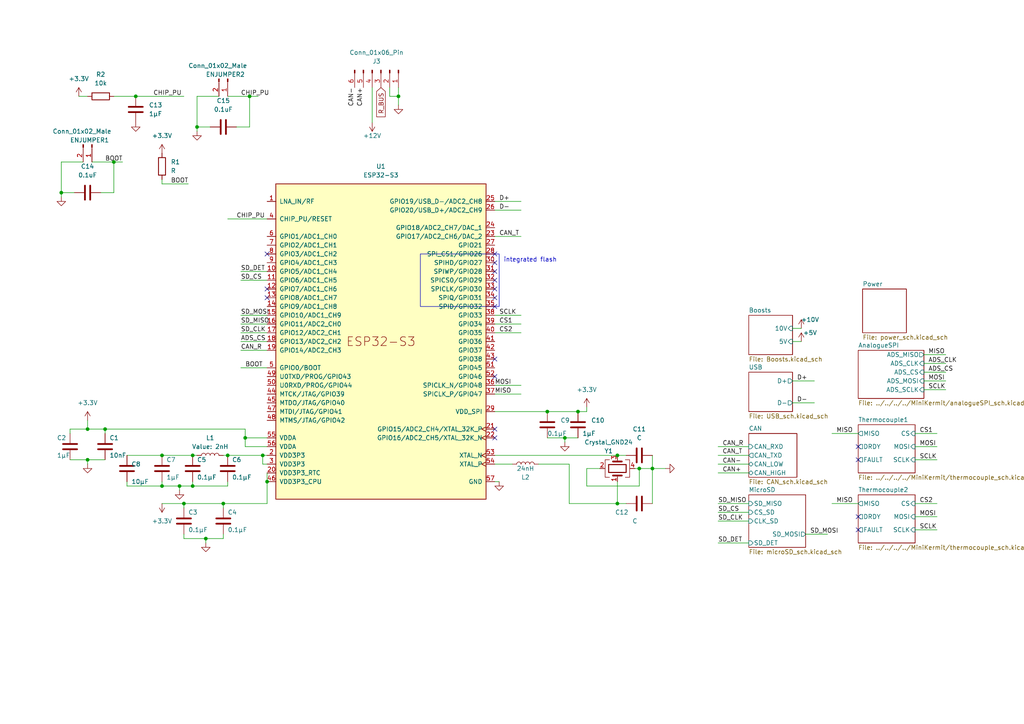
<source format=kicad_sch>
(kicad_sch (version 20230121) (generator eeschema)

  (uuid b3ecbcce-8bc5-493c-b5b6-3e2f69f7358a)

  (paper "A4")

  (lib_symbols
    (symbol "Connector:Conn_01x02_Male" (pin_names (offset 1.016) hide) (in_bom yes) (on_board yes)
      (property "Reference" "J" (at 0 2.54 0)
        (effects (font (size 1.27 1.27)))
      )
      (property "Value" "Conn_01x02_Male" (at 0 -5.08 0)
        (effects (font (size 1.27 1.27)))
      )
      (property "Footprint" "" (at 0 0 0)
        (effects (font (size 1.27 1.27)) hide)
      )
      (property "Datasheet" "~" (at 0 0 0)
        (effects (font (size 1.27 1.27)) hide)
      )
      (property "ki_keywords" "connector" (at 0 0 0)
        (effects (font (size 1.27 1.27)) hide)
      )
      (property "ki_description" "Generic connector, single row, 01x02, script generated (kicad-library-utils/schlib/autogen/connector/)" (at 0 0 0)
        (effects (font (size 1.27 1.27)) hide)
      )
      (property "ki_fp_filters" "Connector*:*_1x??_*" (at 0 0 0)
        (effects (font (size 1.27 1.27)) hide)
      )
      (symbol "Conn_01x02_Male_1_1"
        (polyline
          (pts
            (xy 1.27 -2.54)
            (xy 0.8636 -2.54)
          )
          (stroke (width 0.1524) (type default))
          (fill (type none))
        )
        (polyline
          (pts
            (xy 1.27 0)
            (xy 0.8636 0)
          )
          (stroke (width 0.1524) (type default))
          (fill (type none))
        )
        (rectangle (start 0.8636 -2.413) (end 0 -2.667)
          (stroke (width 0.1524) (type default))
          (fill (type outline))
        )
        (rectangle (start 0.8636 0.127) (end 0 -0.127)
          (stroke (width 0.1524) (type default))
          (fill (type outline))
        )
        (pin passive line (at 5.08 0 180) (length 3.81)
          (name "Pin_1" (effects (font (size 1.27 1.27))))
          (number "1" (effects (font (size 1.27 1.27))))
        )
        (pin passive line (at 5.08 -2.54 180) (length 3.81)
          (name "Pin_2" (effects (font (size 1.27 1.27))))
          (number "2" (effects (font (size 1.27 1.27))))
        )
      )
    )
    (symbol "Connector:Conn_01x06_Pin" (pin_names (offset 1.016) hide) (in_bom yes) (on_board yes)
      (property "Reference" "J" (at 0 7.62 0)
        (effects (font (size 1.27 1.27)))
      )
      (property "Value" "Conn_01x06_Pin" (at 0 -10.16 0)
        (effects (font (size 1.27 1.27)))
      )
      (property "Footprint" "" (at 0 0 0)
        (effects (font (size 1.27 1.27)) hide)
      )
      (property "Datasheet" "~" (at 0 0 0)
        (effects (font (size 1.27 1.27)) hide)
      )
      (property "ki_locked" "" (at 0 0 0)
        (effects (font (size 1.27 1.27)))
      )
      (property "ki_keywords" "connector" (at 0 0 0)
        (effects (font (size 1.27 1.27)) hide)
      )
      (property "ki_description" "Generic connector, single row, 01x06, script generated" (at 0 0 0)
        (effects (font (size 1.27 1.27)) hide)
      )
      (property "ki_fp_filters" "Connector*:*_1x??_*" (at 0 0 0)
        (effects (font (size 1.27 1.27)) hide)
      )
      (symbol "Conn_01x06_Pin_1_1"
        (polyline
          (pts
            (xy 1.27 -7.62)
            (xy 0.8636 -7.62)
          )
          (stroke (width 0.1524) (type default))
          (fill (type none))
        )
        (polyline
          (pts
            (xy 1.27 -5.08)
            (xy 0.8636 -5.08)
          )
          (stroke (width 0.1524) (type default))
          (fill (type none))
        )
        (polyline
          (pts
            (xy 1.27 -2.54)
            (xy 0.8636 -2.54)
          )
          (stroke (width 0.1524) (type default))
          (fill (type none))
        )
        (polyline
          (pts
            (xy 1.27 0)
            (xy 0.8636 0)
          )
          (stroke (width 0.1524) (type default))
          (fill (type none))
        )
        (polyline
          (pts
            (xy 1.27 2.54)
            (xy 0.8636 2.54)
          )
          (stroke (width 0.1524) (type default))
          (fill (type none))
        )
        (polyline
          (pts
            (xy 1.27 5.08)
            (xy 0.8636 5.08)
          )
          (stroke (width 0.1524) (type default))
          (fill (type none))
        )
        (rectangle (start 0.8636 -7.493) (end 0 -7.747)
          (stroke (width 0.1524) (type default))
          (fill (type outline))
        )
        (rectangle (start 0.8636 -4.953) (end 0 -5.207)
          (stroke (width 0.1524) (type default))
          (fill (type outline))
        )
        (rectangle (start 0.8636 -2.413) (end 0 -2.667)
          (stroke (width 0.1524) (type default))
          (fill (type outline))
        )
        (rectangle (start 0.8636 0.127) (end 0 -0.127)
          (stroke (width 0.1524) (type default))
          (fill (type outline))
        )
        (rectangle (start 0.8636 2.667) (end 0 2.413)
          (stroke (width 0.1524) (type default))
          (fill (type outline))
        )
        (rectangle (start 0.8636 5.207) (end 0 4.953)
          (stroke (width 0.1524) (type default))
          (fill (type outline))
        )
        (pin passive line (at 5.08 5.08 180) (length 3.81)
          (name "Pin_1" (effects (font (size 1.27 1.27))))
          (number "1" (effects (font (size 1.27 1.27))))
        )
        (pin passive line (at 5.08 2.54 180) (length 3.81)
          (name "Pin_2" (effects (font (size 1.27 1.27))))
          (number "2" (effects (font (size 1.27 1.27))))
        )
        (pin passive line (at 5.08 0 180) (length 3.81)
          (name "Pin_3" (effects (font (size 1.27 1.27))))
          (number "3" (effects (font (size 1.27 1.27))))
        )
        (pin passive line (at 5.08 -2.54 180) (length 3.81)
          (name "Pin_4" (effects (font (size 1.27 1.27))))
          (number "4" (effects (font (size 1.27 1.27))))
        )
        (pin passive line (at 5.08 -5.08 180) (length 3.81)
          (name "Pin_5" (effects (font (size 1.27 1.27))))
          (number "5" (effects (font (size 1.27 1.27))))
        )
        (pin passive line (at 5.08 -7.62 180) (length 3.81)
          (name "Pin_6" (effects (font (size 1.27 1.27))))
          (number "6" (effects (font (size 1.27 1.27))))
        )
      )
    )
    (symbol "Device:C" (pin_numbers hide) (pin_names (offset 0.254)) (in_bom yes) (on_board yes)
      (property "Reference" "C" (at 0.635 2.54 0)
        (effects (font (size 1.27 1.27)) (justify left))
      )
      (property "Value" "C" (at 0.635 -2.54 0)
        (effects (font (size 1.27 1.27)) (justify left))
      )
      (property "Footprint" "" (at 0.9652 -3.81 0)
        (effects (font (size 1.27 1.27)) hide)
      )
      (property "Datasheet" "~" (at 0 0 0)
        (effects (font (size 1.27 1.27)) hide)
      )
      (property "ki_keywords" "cap capacitor" (at 0 0 0)
        (effects (font (size 1.27 1.27)) hide)
      )
      (property "ki_description" "Unpolarized capacitor" (at 0 0 0)
        (effects (font (size 1.27 1.27)) hide)
      )
      (property "ki_fp_filters" "C_*" (at 0 0 0)
        (effects (font (size 1.27 1.27)) hide)
      )
      (symbol "C_0_1"
        (polyline
          (pts
            (xy -2.032 -0.762)
            (xy 2.032 -0.762)
          )
          (stroke (width 0.508) (type default))
          (fill (type none))
        )
        (polyline
          (pts
            (xy -2.032 0.762)
            (xy 2.032 0.762)
          )
          (stroke (width 0.508) (type default))
          (fill (type none))
        )
      )
      (symbol "C_1_1"
        (pin passive line (at 0 3.81 270) (length 2.794)
          (name "~" (effects (font (size 1.27 1.27))))
          (number "1" (effects (font (size 1.27 1.27))))
        )
        (pin passive line (at 0 -3.81 90) (length 2.794)
          (name "~" (effects (font (size 1.27 1.27))))
          (number "2" (effects (font (size 1.27 1.27))))
        )
      )
    )
    (symbol "Device:Crystal_GND24" (pin_names (offset 1.016) hide) (in_bom yes) (on_board yes)
      (property "Reference" "Y" (at 3.175 5.08 0)
        (effects (font (size 1.27 1.27)) (justify left))
      )
      (property "Value" "Crystal_GND24" (at 3.175 3.175 0)
        (effects (font (size 1.27 1.27)) (justify left))
      )
      (property "Footprint" "" (at 0 0 0)
        (effects (font (size 1.27 1.27)) hide)
      )
      (property "Datasheet" "~" (at 0 0 0)
        (effects (font (size 1.27 1.27)) hide)
      )
      (property "ki_keywords" "quartz ceramic resonator oscillator" (at 0 0 0)
        (effects (font (size 1.27 1.27)) hide)
      )
      (property "ki_description" "Four pin crystal, GND on pins 2 and 4" (at 0 0 0)
        (effects (font (size 1.27 1.27)) hide)
      )
      (property "ki_fp_filters" "Crystal*" (at 0 0 0)
        (effects (font (size 1.27 1.27)) hide)
      )
      (symbol "Crystal_GND24_0_1"
        (rectangle (start -1.143 2.54) (end 1.143 -2.54)
          (stroke (width 0.3048) (type default))
          (fill (type none))
        )
        (polyline
          (pts
            (xy -2.54 0)
            (xy -2.032 0)
          )
          (stroke (width 0) (type default))
          (fill (type none))
        )
        (polyline
          (pts
            (xy -2.032 -1.27)
            (xy -2.032 1.27)
          )
          (stroke (width 0.508) (type default))
          (fill (type none))
        )
        (polyline
          (pts
            (xy 0 -3.81)
            (xy 0 -3.556)
          )
          (stroke (width 0) (type default))
          (fill (type none))
        )
        (polyline
          (pts
            (xy 0 3.556)
            (xy 0 3.81)
          )
          (stroke (width 0) (type default))
          (fill (type none))
        )
        (polyline
          (pts
            (xy 2.032 -1.27)
            (xy 2.032 1.27)
          )
          (stroke (width 0.508) (type default))
          (fill (type none))
        )
        (polyline
          (pts
            (xy 2.032 0)
            (xy 2.54 0)
          )
          (stroke (width 0) (type default))
          (fill (type none))
        )
        (polyline
          (pts
            (xy -2.54 -2.286)
            (xy -2.54 -3.556)
            (xy 2.54 -3.556)
            (xy 2.54 -2.286)
          )
          (stroke (width 0) (type default))
          (fill (type none))
        )
        (polyline
          (pts
            (xy -2.54 2.286)
            (xy -2.54 3.556)
            (xy 2.54 3.556)
            (xy 2.54 2.286)
          )
          (stroke (width 0) (type default))
          (fill (type none))
        )
      )
      (symbol "Crystal_GND24_1_1"
        (pin passive line (at -3.81 0 0) (length 1.27)
          (name "1" (effects (font (size 1.27 1.27))))
          (number "1" (effects (font (size 1.27 1.27))))
        )
        (pin passive line (at 0 5.08 270) (length 1.27)
          (name "2" (effects (font (size 1.27 1.27))))
          (number "2" (effects (font (size 1.27 1.27))))
        )
        (pin passive line (at 3.81 0 180) (length 1.27)
          (name "3" (effects (font (size 1.27 1.27))))
          (number "3" (effects (font (size 1.27 1.27))))
        )
        (pin passive line (at 0 -5.08 90) (length 1.27)
          (name "4" (effects (font (size 1.27 1.27))))
          (number "4" (effects (font (size 1.27 1.27))))
        )
      )
    )
    (symbol "Device:L" (pin_numbers hide) (pin_names (offset 1.016) hide) (in_bom yes) (on_board yes)
      (property "Reference" "L" (at -1.27 0 90)
        (effects (font (size 1.27 1.27)))
      )
      (property "Value" "L" (at 1.905 0 90)
        (effects (font (size 1.27 1.27)))
      )
      (property "Footprint" "" (at 0 0 0)
        (effects (font (size 1.27 1.27)) hide)
      )
      (property "Datasheet" "~" (at 0 0 0)
        (effects (font (size 1.27 1.27)) hide)
      )
      (property "ki_keywords" "inductor choke coil reactor magnetic" (at 0 0 0)
        (effects (font (size 1.27 1.27)) hide)
      )
      (property "ki_description" "Inductor" (at 0 0 0)
        (effects (font (size 1.27 1.27)) hide)
      )
      (property "ki_fp_filters" "Choke_* *Coil* Inductor_* L_*" (at 0 0 0)
        (effects (font (size 1.27 1.27)) hide)
      )
      (symbol "L_0_1"
        (arc (start 0 -2.54) (mid 0.6323 -1.905) (end 0 -1.27)
          (stroke (width 0) (type default))
          (fill (type none))
        )
        (arc (start 0 -1.27) (mid 0.6323 -0.635) (end 0 0)
          (stroke (width 0) (type default))
          (fill (type none))
        )
        (arc (start 0 0) (mid 0.6323 0.635) (end 0 1.27)
          (stroke (width 0) (type default))
          (fill (type none))
        )
        (arc (start 0 1.27) (mid 0.6323 1.905) (end 0 2.54)
          (stroke (width 0) (type default))
          (fill (type none))
        )
      )
      (symbol "L_1_1"
        (pin passive line (at 0 3.81 270) (length 1.27)
          (name "1" (effects (font (size 1.27 1.27))))
          (number "1" (effects (font (size 1.27 1.27))))
        )
        (pin passive line (at 0 -3.81 90) (length 1.27)
          (name "2" (effects (font (size 1.27 1.27))))
          (number "2" (effects (font (size 1.27 1.27))))
        )
      )
    )
    (symbol "Device:R" (pin_numbers hide) (pin_names (offset 0)) (in_bom yes) (on_board yes)
      (property "Reference" "R" (at 2.032 0 90)
        (effects (font (size 1.27 1.27)))
      )
      (property "Value" "R" (at 0 0 90)
        (effects (font (size 1.27 1.27)))
      )
      (property "Footprint" "" (at -1.778 0 90)
        (effects (font (size 1.27 1.27)) hide)
      )
      (property "Datasheet" "~" (at 0 0 0)
        (effects (font (size 1.27 1.27)) hide)
      )
      (property "ki_keywords" "R res resistor" (at 0 0 0)
        (effects (font (size 1.27 1.27)) hide)
      )
      (property "ki_description" "Resistor" (at 0 0 0)
        (effects (font (size 1.27 1.27)) hide)
      )
      (property "ki_fp_filters" "R_*" (at 0 0 0)
        (effects (font (size 1.27 1.27)) hide)
      )
      (symbol "R_0_1"
        (rectangle (start -1.016 -2.54) (end 1.016 2.54)
          (stroke (width 0.254) (type default))
          (fill (type none))
        )
      )
      (symbol "R_1_1"
        (pin passive line (at 0 3.81 270) (length 1.27)
          (name "~" (effects (font (size 1.27 1.27))))
          (number "1" (effects (font (size 1.27 1.27))))
        )
        (pin passive line (at 0 -3.81 90) (length 1.27)
          (name "~" (effects (font (size 1.27 1.27))))
          (number "2" (effects (font (size 1.27 1.27))))
        )
      )
    )
    (symbol "Espressif:ESP32-S3" (pin_names (offset 1.016)) (in_bom yes) (on_board yes)
      (property "Reference" "U" (at 0 48.26 0)
        (effects (font (size 1.27 1.27)))
      )
      (property "Value" "ESP32-S3" (at 0 -48.26 0)
        (effects (font (size 1.27 1.27)))
      )
      (property "Footprint" "Package_DFN_QFN:QFN-56-1EP_7x7mm_P0.4mm_EP5.6x5.6mm" (at 0 -50.8 0)
        (effects (font (size 1.27 1.27)) hide)
      )
      (property "Datasheet" "https://www.espressif.com/sites/default/files/documentation/esp32-s3_datasheet_en.pdf" (at 0 -53.34 0)
        (effects (font (size 1.27 1.27)) hide)
      )
      (property "ki_description" "ESP32-S3 is a low-power MCU-based system-on-chip (SoC) that supports 2.4 GHz Wi-Fi and Bluetooth® Low Energy (Bluetooth LE). It consists of high-performance dual-core microprocessor (Xtensa® 32-bit LX7), a low power coprocessor, a Wi-Fi baseband, a Bluetooth LE baseband, RF module, and peripherals." (at 0 0 0)
        (effects (font (size 1.27 1.27)) hide)
      )
      (symbol "ESP32-S3_0_0"
        (text "ESP32-S3" (at 0 0 0)
          (effects (font (size 2.54 2.54)))
        )
        (pin bidirectional line (at 33.02 -12.7 180) (length 2.54)
          (name "SPICLK_N/GPIO48" (effects (font (size 1.27 1.27))))
          (number "36" (effects (font (size 1.27 1.27))))
        )
        (pin bidirectional line (at 33.02 -15.24 180) (length 2.54)
          (name "SPICLK_P/GPIO47" (effects (font (size 1.27 1.27))))
          (number "37" (effects (font (size 1.27 1.27))))
        )
      )
      (symbol "ESP32-S3_0_1"
        (rectangle (start -30.48 45.72) (end 30.48 -45.72)
          (stroke (width 0.254) (type default))
          (fill (type background))
        )
      )
      (symbol "ESP32-S3_1_1"
        (pin bidirectional line (at -33.02 40.64 0) (length 2.54)
          (name "LNA_IN/RF" (effects (font (size 1.27 1.27))))
          (number "1" (effects (font (size 1.27 1.27))))
        )
        (pin bidirectional line (at -33.02 20.32 0) (length 2.54)
          (name "GPIO5/ADC1_CH4" (effects (font (size 1.27 1.27))))
          (number "10" (effects (font (size 1.27 1.27))))
        )
        (pin bidirectional line (at -33.02 17.78 0) (length 2.54)
          (name "GPIO6/ADC1_CH5" (effects (font (size 1.27 1.27))))
          (number "11" (effects (font (size 1.27 1.27))))
        )
        (pin bidirectional line (at -33.02 15.24 0) (length 2.54)
          (name "GPIO7/ADC1_CH6" (effects (font (size 1.27 1.27))))
          (number "12" (effects (font (size 1.27 1.27))))
        )
        (pin bidirectional line (at -33.02 12.7 0) (length 2.54)
          (name "GPIO8/ADC1_CH7" (effects (font (size 1.27 1.27))))
          (number "13" (effects (font (size 1.27 1.27))))
        )
        (pin bidirectional line (at -33.02 10.16 0) (length 2.54)
          (name "GPIO9/ADC1_CH8" (effects (font (size 1.27 1.27))))
          (number "14" (effects (font (size 1.27 1.27))))
        )
        (pin bidirectional line (at -33.02 7.62 0) (length 2.54)
          (name "GPIO10/ADC1_CH9" (effects (font (size 1.27 1.27))))
          (number "15" (effects (font (size 1.27 1.27))))
        )
        (pin bidirectional line (at -33.02 5.08 0) (length 2.54)
          (name "GPIO11/ADC2_CH0" (effects (font (size 1.27 1.27))))
          (number "16" (effects (font (size 1.27 1.27))))
        )
        (pin bidirectional line (at -33.02 2.54 0) (length 2.54)
          (name "GPIO12/ADC2_CH1" (effects (font (size 1.27 1.27))))
          (number "17" (effects (font (size 1.27 1.27))))
        )
        (pin bidirectional line (at -33.02 0 0) (length 2.54)
          (name "GPIO13/ADC2_CH2" (effects (font (size 1.27 1.27))))
          (number "18" (effects (font (size 1.27 1.27))))
        )
        (pin bidirectional line (at -33.02 -2.54 0) (length 2.54)
          (name "GPIO14/ADC2_CH3" (effects (font (size 1.27 1.27))))
          (number "19" (effects (font (size 1.27 1.27))))
        )
        (pin power_in line (at -33.02 -33.02 0) (length 2.54)
          (name "VDD3P3" (effects (font (size 1.27 1.27))))
          (number "2" (effects (font (size 1.27 1.27))))
        )
        (pin power_in line (at -33.02 -38.1 0) (length 2.54)
          (name "VDD3P3_RTC" (effects (font (size 1.27 1.27))))
          (number "20" (effects (font (size 1.27 1.27))))
        )
        (pin input clock (at 33.02 -25.4 180) (length 2.54)
          (name "GPIO15/ADC2_CH4/XTAL_32K_P" (effects (font (size 1.27 1.27))))
          (number "21" (effects (font (size 1.27 1.27))))
        )
        (pin output clock (at 33.02 -27.94 180) (length 2.54)
          (name "GPIO16/ADC2_CH5/XTAL_32K_N" (effects (font (size 1.27 1.27))))
          (number "22" (effects (font (size 1.27 1.27))))
        )
        (pin bidirectional line (at 33.02 30.48 180) (length 2.54)
          (name "GPIO17/ADC2_CH6/DAC_2" (effects (font (size 1.27 1.27))))
          (number "23" (effects (font (size 1.27 1.27))))
        )
        (pin bidirectional line (at 33.02 33.02 180) (length 2.54)
          (name "GPIO18/ADC2_CH7/DAC_1" (effects (font (size 1.27 1.27))))
          (number "24" (effects (font (size 1.27 1.27))))
        )
        (pin bidirectional line (at 33.02 40.64 180) (length 2.54)
          (name "GPIO19/USB_D-/ADC2_CH8" (effects (font (size 1.27 1.27))))
          (number "25" (effects (font (size 1.27 1.27))))
        )
        (pin bidirectional line (at 33.02 38.1 180) (length 2.54)
          (name "GPIO20/USB_D+/ADC2_CH9" (effects (font (size 1.27 1.27))))
          (number "26" (effects (font (size 1.27 1.27))))
        )
        (pin bidirectional line (at 33.02 27.94 180) (length 2.54)
          (name "GPIO21" (effects (font (size 1.27 1.27))))
          (number "27" (effects (font (size 1.27 1.27))))
        )
        (pin bidirectional line (at 33.02 25.4 180) (length 2.54)
          (name "SPI_CS1/GPIO26" (effects (font (size 1.27 1.27))))
          (number "28" (effects (font (size 1.27 1.27))))
        )
        (pin power_out line (at 33.02 -20.32 180) (length 2.54)
          (name "VDD_SPI" (effects (font (size 1.27 1.27))))
          (number "29" (effects (font (size 1.27 1.27))))
        )
        (pin power_in line (at -33.02 -35.56 0) (length 2.54)
          (name "VDD3P3" (effects (font (size 1.27 1.27))))
          (number "3" (effects (font (size 1.27 1.27))))
        )
        (pin bidirectional line (at 33.02 22.86 180) (length 2.54)
          (name "SPIHD/GPIO27" (effects (font (size 1.27 1.27))))
          (number "30" (effects (font (size 1.27 1.27))))
        )
        (pin bidirectional line (at 33.02 20.32 180) (length 2.54)
          (name "SPIWP/GPIO28" (effects (font (size 1.27 1.27))))
          (number "31" (effects (font (size 1.27 1.27))))
        )
        (pin bidirectional line (at 33.02 17.78 180) (length 2.54)
          (name "SPICS0/GPIO29" (effects (font (size 1.27 1.27))))
          (number "32" (effects (font (size 1.27 1.27))))
        )
        (pin bidirectional line (at 33.02 15.24 180) (length 2.54)
          (name "SPICLK/GPIO30" (effects (font (size 1.27 1.27))))
          (number "33" (effects (font (size 1.27 1.27))))
        )
        (pin bidirectional line (at 33.02 12.7 180) (length 2.54)
          (name "SPIQ/GPIO31" (effects (font (size 1.27 1.27))))
          (number "34" (effects (font (size 1.27 1.27))))
        )
        (pin bidirectional line (at 33.02 10.16 180) (length 2.54)
          (name "SPID/GPIO32" (effects (font (size 1.27 1.27))))
          (number "35" (effects (font (size 1.27 1.27))))
        )
        (pin bidirectional line (at 33.02 7.62 180) (length 2.54)
          (name "GPIO33" (effects (font (size 1.27 1.27))))
          (number "38" (effects (font (size 1.27 1.27))))
        )
        (pin bidirectional line (at 33.02 5.08 180) (length 2.54)
          (name "GPIO34" (effects (font (size 1.27 1.27))))
          (number "39" (effects (font (size 1.27 1.27))))
        )
        (pin input line (at -33.02 35.56 0) (length 2.54)
          (name "CHIP_PU/RESET" (effects (font (size 1.27 1.27))))
          (number "4" (effects (font (size 1.27 1.27))))
        )
        (pin bidirectional line (at 33.02 2.54 180) (length 2.54)
          (name "GPIO35" (effects (font (size 1.27 1.27))))
          (number "40" (effects (font (size 1.27 1.27))))
        )
        (pin bidirectional line (at 33.02 0 180) (length 2.54)
          (name "GPIO36" (effects (font (size 1.27 1.27))))
          (number "41" (effects (font (size 1.27 1.27))))
        )
        (pin bidirectional line (at 33.02 -2.54 180) (length 2.54)
          (name "GPIO37" (effects (font (size 1.27 1.27))))
          (number "42" (effects (font (size 1.27 1.27))))
        )
        (pin bidirectional line (at 33.02 -5.08 180) (length 2.54)
          (name "GPIO38" (effects (font (size 1.27 1.27))))
          (number "43" (effects (font (size 1.27 1.27))))
        )
        (pin bidirectional line (at -33.02 -15.24 0) (length 2.54)
          (name "MTCK/JTAG/GPIO39" (effects (font (size 1.27 1.27))))
          (number "44" (effects (font (size 1.27 1.27))))
        )
        (pin bidirectional line (at -33.02 -17.78 0) (length 2.54)
          (name "MTDO/JTAG/GPIO40" (effects (font (size 1.27 1.27))))
          (number "45" (effects (font (size 1.27 1.27))))
        )
        (pin power_in line (at -33.02 -40.64 0) (length 2.54)
          (name "VDD3P3_CPU" (effects (font (size 1.27 1.27))))
          (number "46" (effects (font (size 1.27 1.27))))
        )
        (pin bidirectional line (at -33.02 -20.32 0) (length 2.54)
          (name "MTDI/JTAG/GPIO41" (effects (font (size 1.27 1.27))))
          (number "47" (effects (font (size 1.27 1.27))))
        )
        (pin bidirectional line (at -33.02 -22.86 0) (length 2.54)
          (name "MTMS/JTAG/GPIO42" (effects (font (size 1.27 1.27))))
          (number "48" (effects (font (size 1.27 1.27))))
        )
        (pin bidirectional line (at -33.02 -10.16 0) (length 2.54)
          (name "U0TXD/PROG/GPIO43" (effects (font (size 1.27 1.27))))
          (number "49" (effects (font (size 1.27 1.27))))
        )
        (pin bidirectional line (at -33.02 -7.62 0) (length 2.54)
          (name "GPIO0/BOOT" (effects (font (size 1.27 1.27))))
          (number "5" (effects (font (size 1.27 1.27))))
        )
        (pin bidirectional line (at -33.02 -12.7 0) (length 2.54)
          (name "U0RXD/PROG/GPIO44" (effects (font (size 1.27 1.27))))
          (number "50" (effects (font (size 1.27 1.27))))
        )
        (pin bidirectional line (at 33.02 -7.62 180) (length 2.54)
          (name "GPIO45" (effects (font (size 1.27 1.27))))
          (number "51" (effects (font (size 1.27 1.27))))
        )
        (pin bidirectional line (at 33.02 -10.16 180) (length 2.54)
          (name "GPIO46" (effects (font (size 1.27 1.27))))
          (number "52" (effects (font (size 1.27 1.27))))
        )
        (pin input clock (at 33.02 -33.02 180) (length 2.54)
          (name "XTAL_N" (effects (font (size 1.27 1.27))))
          (number "53" (effects (font (size 1.27 1.27))))
        )
        (pin output clock (at 33.02 -35.56 180) (length 2.54)
          (name "XTAL_P" (effects (font (size 1.27 1.27))))
          (number "54" (effects (font (size 1.27 1.27))))
        )
        (pin power_in line (at -33.02 -27.94 0) (length 2.54)
          (name "VDDA" (effects (font (size 1.27 1.27))))
          (number "55" (effects (font (size 1.27 1.27))))
        )
        (pin power_in line (at -33.02 -30.48 0) (length 2.54)
          (name "VDDA" (effects (font (size 1.27 1.27))))
          (number "56" (effects (font (size 1.27 1.27))))
        )
        (pin power_in line (at 33.02 -40.64 180) (length 2.54)
          (name "GND" (effects (font (size 1.27 1.27))))
          (number "57" (effects (font (size 1.27 1.27))))
        )
        (pin bidirectional line (at -33.02 30.48 0) (length 2.54)
          (name "GPIO1/ADC1_CH0" (effects (font (size 1.27 1.27))))
          (number "6" (effects (font (size 1.27 1.27))))
        )
        (pin bidirectional line (at -33.02 27.94 0) (length 2.54)
          (name "GPIO2/ADC1_CH1" (effects (font (size 1.27 1.27))))
          (number "7" (effects (font (size 1.27 1.27))))
        )
        (pin bidirectional line (at -33.02 25.4 0) (length 2.54)
          (name "GPIO3/ADC1_CH2" (effects (font (size 1.27 1.27))))
          (number "8" (effects (font (size 1.27 1.27))))
        )
        (pin bidirectional line (at -33.02 22.86 0) (length 2.54)
          (name "GPIO4/ADC1_CH3" (effects (font (size 1.27 1.27))))
          (number "9" (effects (font (size 1.27 1.27))))
        )
      )
    )
    (symbol "power:+10V" (power) (pin_names (offset 0)) (in_bom yes) (on_board yes)
      (property "Reference" "#PWR" (at 0 -3.81 0)
        (effects (font (size 1.27 1.27)) hide)
      )
      (property "Value" "+10V" (at 0 3.556 0)
        (effects (font (size 1.27 1.27)))
      )
      (property "Footprint" "" (at 0 0 0)
        (effects (font (size 1.27 1.27)) hide)
      )
      (property "Datasheet" "" (at 0 0 0)
        (effects (font (size 1.27 1.27)) hide)
      )
      (property "ki_keywords" "global power" (at 0 0 0)
        (effects (font (size 1.27 1.27)) hide)
      )
      (property "ki_description" "Power symbol creates a global label with name \"+10V\"" (at 0 0 0)
        (effects (font (size 1.27 1.27)) hide)
      )
      (symbol "+10V_0_1"
        (polyline
          (pts
            (xy -0.762 1.27)
            (xy 0 2.54)
          )
          (stroke (width 0) (type default))
          (fill (type none))
        )
        (polyline
          (pts
            (xy 0 0)
            (xy 0 2.54)
          )
          (stroke (width 0) (type default))
          (fill (type none))
        )
        (polyline
          (pts
            (xy 0 2.54)
            (xy 0.762 1.27)
          )
          (stroke (width 0) (type default))
          (fill (type none))
        )
      )
      (symbol "+10V_1_1"
        (pin power_in line (at 0 0 90) (length 0) hide
          (name "+10V" (effects (font (size 1.27 1.27))))
          (number "1" (effects (font (size 1.27 1.27))))
        )
      )
    )
    (symbol "power:+12V" (power) (pin_names (offset 0)) (in_bom yes) (on_board yes)
      (property "Reference" "#PWR" (at 0 -3.81 0)
        (effects (font (size 1.27 1.27)) hide)
      )
      (property "Value" "+12V" (at 0 3.556 0)
        (effects (font (size 1.27 1.27)))
      )
      (property "Footprint" "" (at 0 0 0)
        (effects (font (size 1.27 1.27)) hide)
      )
      (property "Datasheet" "" (at 0 0 0)
        (effects (font (size 1.27 1.27)) hide)
      )
      (property "ki_keywords" "global power" (at 0 0 0)
        (effects (font (size 1.27 1.27)) hide)
      )
      (property "ki_description" "Power symbol creates a global label with name \"+12V\"" (at 0 0 0)
        (effects (font (size 1.27 1.27)) hide)
      )
      (symbol "+12V_0_1"
        (polyline
          (pts
            (xy -0.762 1.27)
            (xy 0 2.54)
          )
          (stroke (width 0) (type default))
          (fill (type none))
        )
        (polyline
          (pts
            (xy 0 0)
            (xy 0 2.54)
          )
          (stroke (width 0) (type default))
          (fill (type none))
        )
        (polyline
          (pts
            (xy 0 2.54)
            (xy 0.762 1.27)
          )
          (stroke (width 0) (type default))
          (fill (type none))
        )
      )
      (symbol "+12V_1_1"
        (pin power_in line (at 0 0 90) (length 0) hide
          (name "+12V" (effects (font (size 1.27 1.27))))
          (number "1" (effects (font (size 1.27 1.27))))
        )
      )
    )
    (symbol "power:+3.3V" (power) (pin_names (offset 0)) (in_bom yes) (on_board yes)
      (property "Reference" "#PWR" (at 0 -3.81 0)
        (effects (font (size 1.27 1.27)) hide)
      )
      (property "Value" "+3.3V" (at 0 3.556 0)
        (effects (font (size 1.27 1.27)))
      )
      (property "Footprint" "" (at 0 0 0)
        (effects (font (size 1.27 1.27)) hide)
      )
      (property "Datasheet" "" (at 0 0 0)
        (effects (font (size 1.27 1.27)) hide)
      )
      (property "ki_keywords" "global power" (at 0 0 0)
        (effects (font (size 1.27 1.27)) hide)
      )
      (property "ki_description" "Power symbol creates a global label with name \"+3.3V\"" (at 0 0 0)
        (effects (font (size 1.27 1.27)) hide)
      )
      (symbol "+3.3V_0_1"
        (polyline
          (pts
            (xy -0.762 1.27)
            (xy 0 2.54)
          )
          (stroke (width 0) (type default))
          (fill (type none))
        )
        (polyline
          (pts
            (xy 0 0)
            (xy 0 2.54)
          )
          (stroke (width 0) (type default))
          (fill (type none))
        )
        (polyline
          (pts
            (xy 0 2.54)
            (xy 0.762 1.27)
          )
          (stroke (width 0) (type default))
          (fill (type none))
        )
      )
      (symbol "+3.3V_1_1"
        (pin power_in line (at 0 0 90) (length 0) hide
          (name "+3.3V" (effects (font (size 1.27 1.27))))
          (number "1" (effects (font (size 1.27 1.27))))
        )
      )
    )
    (symbol "power:+5V" (power) (pin_names (offset 0)) (in_bom yes) (on_board yes)
      (property "Reference" "#PWR" (at 0 -3.81 0)
        (effects (font (size 1.27 1.27)) hide)
      )
      (property "Value" "+5V" (at 0 3.556 0)
        (effects (font (size 1.27 1.27)))
      )
      (property "Footprint" "" (at 0 0 0)
        (effects (font (size 1.27 1.27)) hide)
      )
      (property "Datasheet" "" (at 0 0 0)
        (effects (font (size 1.27 1.27)) hide)
      )
      (property "ki_keywords" "global power" (at 0 0 0)
        (effects (font (size 1.27 1.27)) hide)
      )
      (property "ki_description" "Power symbol creates a global label with name \"+5V\"" (at 0 0 0)
        (effects (font (size 1.27 1.27)) hide)
      )
      (symbol "+5V_0_1"
        (polyline
          (pts
            (xy -0.762 1.27)
            (xy 0 2.54)
          )
          (stroke (width 0) (type default))
          (fill (type none))
        )
        (polyline
          (pts
            (xy 0 0)
            (xy 0 2.54)
          )
          (stroke (width 0) (type default))
          (fill (type none))
        )
        (polyline
          (pts
            (xy 0 2.54)
            (xy 0.762 1.27)
          )
          (stroke (width 0) (type default))
          (fill (type none))
        )
      )
      (symbol "+5V_1_1"
        (pin power_in line (at 0 0 90) (length 0) hide
          (name "+5V" (effects (font (size 1.27 1.27))))
          (number "1" (effects (font (size 1.27 1.27))))
        )
      )
    )
    (symbol "power:GND" (power) (pin_names (offset 0)) (in_bom yes) (on_board yes)
      (property "Reference" "#PWR" (at 0 -6.35 0)
        (effects (font (size 1.27 1.27)) hide)
      )
      (property "Value" "GND" (at 0 -3.81 0)
        (effects (font (size 1.27 1.27)))
      )
      (property "Footprint" "" (at 0 0 0)
        (effects (font (size 1.27 1.27)) hide)
      )
      (property "Datasheet" "" (at 0 0 0)
        (effects (font (size 1.27 1.27)) hide)
      )
      (property "ki_keywords" "global power" (at 0 0 0)
        (effects (font (size 1.27 1.27)) hide)
      )
      (property "ki_description" "Power symbol creates a global label with name \"GND\" , ground" (at 0 0 0)
        (effects (font (size 1.27 1.27)) hide)
      )
      (symbol "GND_0_1"
        (polyline
          (pts
            (xy 0 0)
            (xy 0 -1.27)
            (xy 1.27 -1.27)
            (xy 0 -2.54)
            (xy -1.27 -1.27)
            (xy 0 -1.27)
          )
          (stroke (width 0) (type default))
          (fill (type none))
        )
      )
      (symbol "GND_1_1"
        (pin power_in line (at 0 0 270) (length 0) hide
          (name "GND" (effects (font (size 1.27 1.27))))
          (number "1" (effects (font (size 1.27 1.27))))
        )
      )
    )
  )

  (junction (at 55.88 132.08) (diameter 0) (color 0 0 0 0)
    (uuid 0fb753c6-cf4f-4a6f-b35a-8e6a2b92f595)
  )
  (junction (at 72.39 27.94) (diameter 0) (color 0 0 0 0)
    (uuid 14734ee7-b96f-4ed8-a16a-a7f6fcf9a92f)
  )
  (junction (at 66.04 132.08) (diameter 0) (color 0 0 0 0)
    (uuid 174d1bd9-6974-4c2f-8fec-5df4f2b91670)
  )
  (junction (at 77.47 139.7) (diameter 0) (color 0 0 0 0)
    (uuid 2665dcd9-a5c0-4ec8-be31-6b9c5d1dd39e)
  )
  (junction (at 76.2 132.08) (diameter 0) (color 0 0 0 0)
    (uuid 28dcbd3d-515c-4e2d-bebe-e3988da79222)
  )
  (junction (at 39.37 27.94) (diameter 0) (color 0 0 0 0)
    (uuid 39a1d0ac-d020-4bb3-94b5-8da9b6e72c3d)
  )
  (junction (at 179.07 132.08) (diameter 0) (color 0 0 0 0)
    (uuid 41803af5-7393-4c71-b9cf-1b55ea550522)
  )
  (junction (at 71.12 127) (diameter 0) (color 0 0 0 0)
    (uuid 43bcc258-6b15-4890-a49e-5fd0c7a12b62)
  )
  (junction (at 17.78 55.88) (diameter 0) (color 0 0 0 0)
    (uuid 46153ce8-2cb3-4644-bfec-216c84361110)
  )
  (junction (at 30.48 124.46) (diameter 0) (color 0 0 0 0)
    (uuid 5b38247e-b12f-438a-ad5c-c7c6b4c1d3a9)
  )
  (junction (at 33.02 46.99) (diameter 0) (color 0 0 0 0)
    (uuid 6cade11e-6136-4c31-93a1-a20b6b7358c8)
  )
  (junction (at 167.64 119.38) (diameter 0) (color 0 0 0 0)
    (uuid 6d0a6f87-32e9-448b-9f6e-3b3cd583c4e0)
  )
  (junction (at 163.83 127) (diameter 0) (color 0 0 0 0)
    (uuid 75bbf7db-c6be-406d-a8d7-f4bafaf62198)
  )
  (junction (at 185.42 135.89) (diameter 0) (color 0 0 0 0)
    (uuid 7b86d10e-4406-4204-96ee-6fc67b8b343f)
  )
  (junction (at 64.77 146.05) (diameter 0) (color 0 0 0 0)
    (uuid 838b5141-a867-45ba-9da2-506f64707f4e)
  )
  (junction (at 46.99 140.97) (diameter 0) (color 0 0 0 0)
    (uuid 9f8ec28b-d5c2-4f3f-90e8-24579c182ba1)
  )
  (junction (at 46.99 132.08) (diameter 0) (color 0 0 0 0)
    (uuid aaa62f70-bf54-4cde-87c5-7a1991753f0b)
  )
  (junction (at 57.15 36.83) (diameter 0) (color 0 0 0 0)
    (uuid ad6f94ec-dd1f-42ab-ada0-dd4f839d5bf1)
  )
  (junction (at 59.69 156.21) (diameter 0) (color 0 0 0 0)
    (uuid bc70e329-9eab-4a3d-8f3c-624563ba0a11)
  )
  (junction (at 25.4 124.46) (diameter 0) (color 0 0 0 0)
    (uuid bfafb704-1938-4565-8c34-4233ceead587)
  )
  (junction (at 55.88 140.97) (diameter 0) (color 0 0 0 0)
    (uuid c2c74520-57d5-4017-9346-08116dd7e2c1)
  )
  (junction (at 115.57 27.94) (diameter 0) (color 0 0 0 0)
    (uuid d8af327a-f374-4311-82c2-fa535b2a4f0d)
  )
  (junction (at 25.4 133.35) (diameter 0) (color 0 0 0 0)
    (uuid d9d3f77b-c6cd-485d-aeab-b56fa587fcec)
  )
  (junction (at 189.23 135.89) (diameter 0) (color 0 0 0 0)
    (uuid daacf1ac-2bcf-4e7f-b5eb-73059211e017)
  )
  (junction (at 179.07 146.05) (diameter 0) (color 0 0 0 0)
    (uuid df456589-de2a-4bf3-bb0e-c1bff7356631)
  )
  (junction (at 53.34 146.05) (diameter 0) (color 0 0 0 0)
    (uuid e1e43265-b773-4c83-8535-8bcc31b9c726)
  )
  (junction (at 52.07 140.97) (diameter 0) (color 0 0 0 0)
    (uuid ef668351-483c-4d16-ad0f-f9e37889f6be)
  )
  (junction (at 158.75 119.38) (diameter 0) (color 0 0 0 0)
    (uuid f0bff0bb-9c21-4fb4-b931-da308343f81a)
  )

  (no_connect (at 248.92 133.35) (uuid 067c7e45-25aa-494b-ab4c-27333d72dc89))
  (no_connect (at 143.51 78.74) (uuid 1d6a2756-a81f-49a0-91d1-448c0e1af63a))
  (no_connect (at 248.92 153.67) (uuid 1fda31df-3eaa-4d0c-a163-27f671215303))
  (no_connect (at 143.51 88.9) (uuid 22be6230-1ede-478d-9341-ae38b6a52365))
  (no_connect (at 77.47 83.82) (uuid 23638679-93c1-4480-8b73-dc515afd6dce))
  (no_connect (at 77.47 73.66) (uuid 276123c3-2f9d-484b-a561-22d17c020bbd))
  (no_connect (at 143.51 109.22) (uuid 3b6b9ad0-c64e-4b60-a58f-bba84900baf4))
  (no_connect (at 143.51 81.28) (uuid 5bf9908d-a51a-48ad-9443-200430826406))
  (no_connect (at 143.51 73.66) (uuid 64c18830-ca84-4f6a-a8e2-ec1b32d65412))
  (no_connect (at 143.51 104.14) (uuid 79aad357-cdb5-4438-82f8-db3e8e1c3c2f))
  (no_connect (at 143.51 124.46) (uuid 7bab5d9e-0a88-4f6d-b926-067650fa269d))
  (no_connect (at 143.51 127) (uuid 91c4f45a-7705-443f-b997-b8c154dcf357))
  (no_connect (at 143.51 76.2) (uuid 9294c1a2-0e3d-4d84-a282-a7fd79e2c56f))
  (no_connect (at 143.51 86.36) (uuid a7f8b1f7-d0d0-44df-9b14-f61451514fc3))
  (no_connect (at 143.51 83.82) (uuid ab44ad6f-41a8-4b25-8360-3c79564c8b0c))
  (no_connect (at 77.47 86.36) (uuid c88a9b87-a6cc-4045-9cfd-0a306b69b119))
  (no_connect (at 248.92 149.86) (uuid d201bf64-f32e-49b2-a01d-c12797aeb9e8))
  (no_connect (at 248.92 129.54) (uuid e1fac97b-cb96-4049-a4ff-0c3adcd498eb))

  (wire (pts (xy 36.83 132.08) (xy 46.99 132.08))
    (stroke (width 0) (type default))
    (uuid 000df52d-0259-4e67-b66a-19666cd6ed33)
  )
  (wire (pts (xy 173.99 135.89) (xy 170.18 135.89))
    (stroke (width 0) (type default))
    (uuid 0459eba4-49c3-45e2-b674-0ba40f66644c)
  )
  (wire (pts (xy 68.58 36.83) (xy 72.39 36.83))
    (stroke (width 0) (type default))
    (uuid 04dbc1f5-8a99-40f6-8887-b03bf05f5651)
  )
  (wire (pts (xy 107.95 35.56) (xy 107.95 25.4))
    (stroke (width 0) (type default))
    (uuid 04f36f7b-bb13-4dc1-83c5-6ea39171b0b3)
  )
  (wire (pts (xy 71.12 127) (xy 71.12 129.54))
    (stroke (width 0) (type default))
    (uuid 0519260c-251f-46e8-9d92-495e90e1a36a)
  )
  (wire (pts (xy 229.87 99.06) (xy 232.41 99.06))
    (stroke (width 0) (type default))
    (uuid 052452ca-3c84-43fe-a2a9-87d01d3102f2)
  )
  (wire (pts (xy 181.61 132.08) (xy 179.07 132.08))
    (stroke (width 0) (type default))
    (uuid 058e7359-73c1-448d-929b-4a6685132489)
  )
  (wire (pts (xy 76.2 132.08) (xy 77.47 132.08))
    (stroke (width 0) (type default))
    (uuid 0927d887-1bdf-4bbc-a985-4cce52746112)
  )
  (wire (pts (xy 267.97 107.95) (xy 274.32 107.95))
    (stroke (width 0) (type default))
    (uuid 09287345-e59c-4ee5-8cb4-206d104fdc0a)
  )
  (wire (pts (xy 17.78 55.88) (xy 21.59 55.88))
    (stroke (width 0) (type default))
    (uuid 09b2eae8-cfb2-4ba7-9a76-c1d478cdd70d)
  )
  (wire (pts (xy 17.78 55.88) (xy 17.78 57.15))
    (stroke (width 0) (type default))
    (uuid 0c10b70d-1aae-4f18-a33d-45d610d2a3df)
  )
  (wire (pts (xy 39.37 27.94) (xy 53.34 27.94))
    (stroke (width 0) (type default))
    (uuid 0e35cbef-93e2-4bda-aed0-3c4751650d37)
  )
  (wire (pts (xy 185.42 135.89) (xy 185.42 140.97))
    (stroke (width 0) (type default))
    (uuid 0fcb1a18-a941-4fc2-ac53-9127605f393b)
  )
  (wire (pts (xy 77.47 146.05) (xy 77.47 139.7))
    (stroke (width 0) (type default))
    (uuid 10676e4c-9a9d-4960-a2eb-d979aeb784fa)
  )
  (wire (pts (xy 267.97 113.03) (xy 274.32 113.03))
    (stroke (width 0) (type default))
    (uuid 13059fb5-2cf8-43cc-996e-0d6b3638fbb6)
  )
  (wire (pts (xy 69.85 99.06) (xy 77.47 99.06))
    (stroke (width 0) (type default))
    (uuid 13236323-0d13-4b98-8a6c-823ffd9e0118)
  )
  (wire (pts (xy 208.28 132.08) (xy 217.17 132.08))
    (stroke (width 0) (type default))
    (uuid 17073f3a-9fde-45e1-ae0f-9af4f72460d3)
  )
  (wire (pts (xy 143.51 111.76) (xy 151.13 111.76))
    (stroke (width 0) (type default))
    (uuid 19c31365-34e2-4fd4-9927-ce9e4ddd74b3)
  )
  (wire (pts (xy 25.4 124.46) (xy 30.48 124.46))
    (stroke (width 0) (type default))
    (uuid 1cab55d9-4086-4d5d-9034-44e911f6d61b)
  )
  (wire (pts (xy 148.59 134.62) (xy 143.51 134.62))
    (stroke (width 0) (type default))
    (uuid 1cffa29b-e855-4b6e-988b-52f598f33b74)
  )
  (wire (pts (xy 25.4 133.35) (xy 25.4 134.62))
    (stroke (width 0) (type default))
    (uuid 214c5c32-d4de-4b9f-b356-a85a4d6f2b3f)
  )
  (wire (pts (xy 165.1 146.05) (xy 179.07 146.05))
    (stroke (width 0) (type default))
    (uuid 21c3f7b5-812b-474c-888c-3b3a94b71c88)
  )
  (wire (pts (xy 265.43 146.05) (xy 271.78 146.05))
    (stroke (width 0) (type default))
    (uuid 25cda304-5d0e-498d-a702-04404319a428)
  )
  (wire (pts (xy 71.12 127) (xy 77.47 127))
    (stroke (width 0) (type default))
    (uuid 25f3cdf2-1e09-4ddc-9c4e-3b1059c729da)
  )
  (wire (pts (xy 267.97 110.49) (xy 274.32 110.49))
    (stroke (width 0) (type default))
    (uuid 2711ba2e-9747-4426-a670-2ea6cce2311e)
  )
  (wire (pts (xy 53.34 147.32) (xy 53.34 146.05))
    (stroke (width 0) (type default))
    (uuid 2b17e2ca-fda5-4474-aa37-b2df19f92410)
  )
  (wire (pts (xy 20.32 133.35) (xy 25.4 133.35))
    (stroke (width 0) (type default))
    (uuid 2c61844b-61a2-4d37-ad6d-388957eb5693)
  )
  (wire (pts (xy 241.3 146.05) (xy 248.92 146.05))
    (stroke (width 0) (type default))
    (uuid 2ebe2f63-60ba-4cf7-a198-e0065a4b7e6f)
  )
  (wire (pts (xy 143.51 68.58) (xy 151.13 68.58))
    (stroke (width 0) (type default))
    (uuid 2fcb2688-67d6-493a-95f7-e5f047fc7a21)
  )
  (wire (pts (xy 64.77 154.94) (xy 64.77 156.21))
    (stroke (width 0) (type default))
    (uuid 30c7edb6-edac-4ca4-bfb9-d4e3c490e284)
  )
  (wire (pts (xy 57.15 36.83) (xy 57.15 38.1))
    (stroke (width 0) (type default))
    (uuid 314c4c9b-dcb8-4f0e-8f75-624c36a5d56c)
  )
  (wire (pts (xy 76.2 134.62) (xy 77.47 134.62))
    (stroke (width 0) (type default))
    (uuid 31edbe6a-2a19-44b1-8bf2-494624ee5d27)
  )
  (wire (pts (xy 33.02 27.94) (xy 39.37 27.94))
    (stroke (width 0) (type default))
    (uuid 3406ddba-4b0e-4c9d-8281-d3e642d2f5bd)
  )
  (wire (pts (xy 55.88 139.7) (xy 55.88 140.97))
    (stroke (width 0) (type default))
    (uuid 35204e4a-a300-4bf8-9d5f-847f2a0b4a47)
  )
  (wire (pts (xy 69.85 81.28) (xy 77.47 81.28))
    (stroke (width 0) (type default))
    (uuid 36cfa696-c1e2-4fc9-9fd4-844a92bae0e9)
  )
  (wire (pts (xy 71.12 124.46) (xy 71.12 127))
    (stroke (width 0) (type default))
    (uuid 3708c59f-b65b-45fa-a7d6-a66b32225d08)
  )
  (wire (pts (xy 76.2 134.62) (xy 76.2 132.08))
    (stroke (width 0) (type default))
    (uuid 393ebdd1-c88a-4074-b237-4118dcf84400)
  )
  (wire (pts (xy 69.85 91.44) (xy 77.47 91.44))
    (stroke (width 0) (type default))
    (uuid 396d4a01-4550-4f0c-8338-4dd0d32c457b)
  )
  (wire (pts (xy 267.97 105.41) (xy 274.32 105.41))
    (stroke (width 0) (type default))
    (uuid 3e894d03-4644-477f-b3da-40fe1bc79681)
  )
  (wire (pts (xy 46.99 53.34) (xy 54.61 53.34))
    (stroke (width 0) (type default))
    (uuid 3f81f8c8-6a2e-4f8e-a306-8e3a4e4a5cf2)
  )
  (wire (pts (xy 59.69 156.21) (xy 64.77 156.21))
    (stroke (width 0) (type default))
    (uuid 404c51ff-7025-4331-a2f7-8d416359deca)
  )
  (wire (pts (xy 185.42 135.89) (xy 189.23 135.89))
    (stroke (width 0) (type default))
    (uuid 450b71d6-59c5-406b-9ed1-a59a739d67a0)
  )
  (wire (pts (xy 167.64 119.38) (xy 170.18 119.38))
    (stroke (width 0) (type default))
    (uuid 493224d7-2d73-4e21-b3dd-5356447e012d)
  )
  (wire (pts (xy 77.47 137.16) (xy 77.47 139.7))
    (stroke (width 0) (type default))
    (uuid 49c07a9b-406a-45bb-b71b-e0dd3fefd6d5)
  )
  (wire (pts (xy 179.07 132.08) (xy 143.51 132.08))
    (stroke (width 0) (type default))
    (uuid 4b2fd7e1-87da-4bc7-8f14-d0b60471cb7f)
  )
  (wire (pts (xy 189.23 135.89) (xy 193.04 135.89))
    (stroke (width 0) (type default))
    (uuid 4fb49e2c-5e98-437f-a01b-c88e7694292d)
  )
  (wire (pts (xy 144.78 139.7) (xy 143.51 139.7))
    (stroke (width 0) (type default))
    (uuid 51978017-a57f-4d9f-a908-84823c10a5c3)
  )
  (wire (pts (xy 208.28 134.62) (xy 217.17 134.62))
    (stroke (width 0) (type default))
    (uuid 525183b1-81a2-47f1-bdae-ec90c3fa2fbb)
  )
  (wire (pts (xy 29.21 55.88) (xy 33.02 55.88))
    (stroke (width 0) (type default))
    (uuid 526d0887-4492-4c76-b0d7-0e718219ed17)
  )
  (wire (pts (xy 115.57 25.4) (xy 115.57 27.94))
    (stroke (width 0) (type default))
    (uuid 5278d354-4eed-4d6e-9610-ac42e69e9118)
  )
  (wire (pts (xy 143.51 58.42) (xy 151.13 58.42))
    (stroke (width 0) (type default))
    (uuid 543ecea1-b932-4d2b-9fc3-27195e66811c)
  )
  (wire (pts (xy 59.69 156.21) (xy 59.69 157.48))
    (stroke (width 0) (type default))
    (uuid 54f42c60-61bd-41ec-908a-f797916b7fd3)
  )
  (wire (pts (xy 170.18 118.11) (xy 170.18 119.38))
    (stroke (width 0) (type default))
    (uuid 552aa767-b7f3-4c46-9bdc-3383799a8353)
  )
  (wire (pts (xy 265.43 149.86) (xy 271.78 149.86))
    (stroke (width 0) (type default))
    (uuid 554caa55-7602-4008-9f42-b2a606d2767c)
  )
  (wire (pts (xy 46.99 132.08) (xy 55.88 132.08))
    (stroke (width 0) (type default))
    (uuid 5c75e329-3006-407a-8547-379ba990633b)
  )
  (wire (pts (xy 69.85 106.68) (xy 77.47 106.68))
    (stroke (width 0) (type default))
    (uuid 5f79ed1e-b48d-475e-a59a-b519f97f5337)
  )
  (wire (pts (xy 69.85 93.98) (xy 77.47 93.98))
    (stroke (width 0) (type default))
    (uuid 60906739-ce65-4b10-9cd7-7ced2513eb8c)
  )
  (wire (pts (xy 55.88 132.08) (xy 57.15 132.08))
    (stroke (width 0) (type default))
    (uuid 63a8cb93-fd5c-4dc7-85c1-6798f35b3ee0)
  )
  (wire (pts (xy 208.28 157.48) (xy 217.17 157.48))
    (stroke (width 0) (type default))
    (uuid 641128c2-ddb1-4fc9-b091-ec92b8bf2f3e)
  )
  (wire (pts (xy 53.34 156.21) (xy 59.69 156.21))
    (stroke (width 0) (type default))
    (uuid 641420ca-65ae-4531-a856-6ed2fb6aded4)
  )
  (wire (pts (xy 267.97 102.87) (xy 274.32 102.87))
    (stroke (width 0) (type default))
    (uuid 64d7cf0b-a1b8-4748-8ae0-7ded9b543f7f)
  )
  (wire (pts (xy 265.43 125.73) (xy 271.78 125.73))
    (stroke (width 0) (type default))
    (uuid 65ee4946-f667-4e03-b7e3-4d90cc0d213b)
  )
  (wire (pts (xy 229.87 110.49) (xy 236.22 110.49))
    (stroke (width 0) (type default))
    (uuid 66303957-0a03-4143-b91a-f0f455199472)
  )
  (wire (pts (xy 53.34 146.05) (xy 64.77 146.05))
    (stroke (width 0) (type default))
    (uuid 668dd701-9a09-4110-bb58-728afc977eed)
  )
  (wire (pts (xy 26.67 46.99) (xy 33.02 46.99))
    (stroke (width 0) (type default))
    (uuid 67b88afe-6afa-408c-b8ba-4939e714c83a)
  )
  (wire (pts (xy 229.87 116.84) (xy 236.22 116.84))
    (stroke (width 0) (type default))
    (uuid 69efc483-7c6e-4aab-b761-667796fd2137)
  )
  (wire (pts (xy 25.4 121.92) (xy 25.4 124.46))
    (stroke (width 0) (type default))
    (uuid 6a3ff32f-5521-41ad-8c56-a94adc65bc60)
  )
  (wire (pts (xy 46.99 52.07) (xy 46.99 53.34))
    (stroke (width 0) (type default))
    (uuid 6a765989-d0d7-48b2-8fc2-12702c6745a1)
  )
  (wire (pts (xy 163.83 127) (xy 163.83 128.27))
    (stroke (width 0) (type default))
    (uuid 6cd243a4-24c2-4b80-91c7-71f69e8938fe)
  )
  (wire (pts (xy 72.39 27.94) (xy 74.93 27.94))
    (stroke (width 0) (type default))
    (uuid 70370f44-8219-4541-a098-11906fdbcc52)
  )
  (wire (pts (xy 189.23 135.89) (xy 189.23 146.05))
    (stroke (width 0) (type default))
    (uuid 718fae9a-4b13-41df-b5e5-aed50a71b5d4)
  )
  (wire (pts (xy 57.15 36.83) (xy 60.96 36.83))
    (stroke (width 0) (type default))
    (uuid 73116ffa-ae70-48a3-a53a-c04cdd979a67)
  )
  (wire (pts (xy 64.77 132.08) (xy 66.04 132.08))
    (stroke (width 0) (type default))
    (uuid 73b52535-09cb-4aa1-85c3-e723d7fb0d86)
  )
  (wire (pts (xy 233.68 154.94) (xy 240.03 154.94))
    (stroke (width 0) (type default))
    (uuid 7650b409-9df1-4fad-b9f4-f2df5c4aef1a)
  )
  (wire (pts (xy 165.1 134.62) (xy 165.1 146.05))
    (stroke (width 0) (type default))
    (uuid 765691e3-105a-40dc-bc99-e726a706506a)
  )
  (wire (pts (xy 25.4 133.35) (xy 30.48 133.35))
    (stroke (width 0) (type default))
    (uuid 7bc74601-e7e6-4115-a6e1-d51114503200)
  )
  (wire (pts (xy 17.78 46.99) (xy 24.13 46.99))
    (stroke (width 0) (type default))
    (uuid 7be24002-52a5-4faa-8790-6d121a02017e)
  )
  (wire (pts (xy 22.86 27.94) (xy 25.4 27.94))
    (stroke (width 0) (type default))
    (uuid 7ebb4379-233e-4e80-a17d-15f5ccfaca46)
  )
  (wire (pts (xy 143.51 60.96) (xy 151.13 60.96))
    (stroke (width 0) (type default))
    (uuid 81ec82ea-947b-4efa-8eb7-e206a1a6142c)
  )
  (wire (pts (xy 189.23 132.08) (xy 189.23 135.89))
    (stroke (width 0) (type default))
    (uuid 871b4e42-2e0c-416b-9670-dd576d1f81a4)
  )
  (wire (pts (xy 66.04 63.5) (xy 77.47 63.5))
    (stroke (width 0) (type default))
    (uuid 8aaa9c4b-3bc9-4005-9dad-1c9ed6febc99)
  )
  (wire (pts (xy 163.83 127) (xy 167.64 127))
    (stroke (width 0) (type default))
    (uuid 8ee4c514-a5db-4be2-b2c2-39e5820c8a2d)
  )
  (wire (pts (xy 208.28 146.05) (xy 217.17 146.05))
    (stroke (width 0) (type default))
    (uuid 8f1010cb-5391-4e52-acc5-1b03169e7685)
  )
  (wire (pts (xy 208.28 137.16) (xy 217.17 137.16))
    (stroke (width 0) (type default))
    (uuid 90fb7bd4-81fa-4f26-a95d-b8f61f6c3b14)
  )
  (wire (pts (xy 265.43 153.67) (xy 271.78 153.67))
    (stroke (width 0) (type default))
    (uuid 9106dd5c-edfb-4d43-8048-887f63435c28)
  )
  (wire (pts (xy 165.1 134.62) (xy 156.21 134.62))
    (stroke (width 0) (type default))
    (uuid 91f1ce48-3ff5-4b93-bb19-5e64505b224d)
  )
  (wire (pts (xy 113.03 25.4) (xy 113.03 27.94))
    (stroke (width 0) (type default))
    (uuid 92f3ea0f-ead2-4203-82c2-eaff9a9f7137)
  )
  (wire (pts (xy 158.75 119.38) (xy 167.64 119.38))
    (stroke (width 0) (type default))
    (uuid 9500f142-494c-4cbb-bd72-41cf4f26bd76)
  )
  (wire (pts (xy 52.07 140.97) (xy 55.88 140.97))
    (stroke (width 0) (type default))
    (uuid 954924ac-dac6-4cfe-b887-ba2acd80d7ec)
  )
  (wire (pts (xy 33.02 46.99) (xy 33.02 55.88))
    (stroke (width 0) (type default))
    (uuid 96082e10-6c63-4a64-96c8-45fc420506ea)
  )
  (wire (pts (xy 208.28 148.59) (xy 217.17 148.59))
    (stroke (width 0) (type default))
    (uuid 9679601a-8931-40e3-83e5-82b53b15624f)
  )
  (wire (pts (xy 55.88 140.97) (xy 66.04 140.97))
    (stroke (width 0) (type default))
    (uuid 9858eed2-c308-4640-9c61-7a84f950b7d6)
  )
  (wire (pts (xy 57.15 27.94) (xy 57.15 36.83))
    (stroke (width 0) (type default))
    (uuid 9a0e9e6d-e7e3-4b52-a55b-c84a68b1142d)
  )
  (wire (pts (xy 52.07 140.97) (xy 52.07 142.24))
    (stroke (width 0) (type default))
    (uuid 9efa4d09-bb7c-48a2-a770-131353d8b4b0)
  )
  (wire (pts (xy 66.04 139.7) (xy 66.04 140.97))
    (stroke (width 0) (type default))
    (uuid a051cb61-fc04-40a6-abe2-bbacd0ed4f89)
  )
  (wire (pts (xy 64.77 146.05) (xy 64.77 147.32))
    (stroke (width 0) (type default))
    (uuid a1acbe73-4172-40eb-8166-3c4d6730c5fa)
  )
  (wire (pts (xy 46.99 139.7) (xy 46.99 140.97))
    (stroke (width 0) (type default))
    (uuid a5209ce1-cfdd-4336-bfe1-2aba389d495a)
  )
  (wire (pts (xy 69.85 78.74) (xy 77.47 78.74))
    (stroke (width 0) (type default))
    (uuid a56370f5-3136-4046-8a8c-f21a76721462)
  )
  (wire (pts (xy 72.39 27.94) (xy 72.39 36.83))
    (stroke (width 0) (type default))
    (uuid a950960f-d507-4dcc-8a19-ce918f1ecd68)
  )
  (wire (pts (xy 143.51 91.44) (xy 151.13 91.44))
    (stroke (width 0) (type default))
    (uuid aacb4d76-7f91-4637-9f3d-afc389f3d8b3)
  )
  (wire (pts (xy 229.87 95.25) (xy 232.41 95.25))
    (stroke (width 0) (type default))
    (uuid ab0aaeff-5c14-4af0-bcf3-38cd072cc7c0)
  )
  (wire (pts (xy 184.15 135.89) (xy 185.42 135.89))
    (stroke (width 0) (type default))
    (uuid ab0fea2e-3500-4a70-b465-b6cc8b50c4d4)
  )
  (wire (pts (xy 20.32 124.46) (xy 25.4 124.46))
    (stroke (width 0) (type default))
    (uuid af607efd-589e-4255-be6f-2f61bcfbf7f8)
  )
  (wire (pts (xy 115.57 27.94) (xy 115.57 30.48))
    (stroke (width 0) (type default))
    (uuid b359b0c8-c405-4bcb-81db-d92ffe7999b4)
  )
  (wire (pts (xy 53.34 154.94) (xy 53.34 156.21))
    (stroke (width 0) (type default))
    (uuid b36bb470-2141-44d4-a34c-9ea956d38b4d)
  )
  (wire (pts (xy 64.77 146.05) (xy 77.47 146.05))
    (stroke (width 0) (type default))
    (uuid b44fb4d7-bfc3-4d95-9a72-8e503e39a7b4)
  )
  (wire (pts (xy 66.04 27.94) (xy 72.39 27.94))
    (stroke (width 0) (type default))
    (uuid b4b94ed7-4d9e-485f-b984-0f65ab830b6c)
  )
  (wire (pts (xy 241.3 125.73) (xy 248.92 125.73))
    (stroke (width 0) (type default))
    (uuid b6572eb5-3731-4421-97e7-e990e207d845)
  )
  (wire (pts (xy 71.12 129.54) (xy 77.47 129.54))
    (stroke (width 0) (type default))
    (uuid bc70e2ac-5e59-4eae-be5f-e787ff18aad4)
  )
  (wire (pts (xy 179.07 139.7) (xy 179.07 146.05))
    (stroke (width 0) (type default))
    (uuid bcf9a3f7-3e46-449e-8af2-e61323697a27)
  )
  (wire (pts (xy 208.28 151.13) (xy 217.17 151.13))
    (stroke (width 0) (type default))
    (uuid be412dca-2a8a-4203-9e73-6f9910ff6c87)
  )
  (wire (pts (xy 69.85 96.52) (xy 77.47 96.52))
    (stroke (width 0) (type default))
    (uuid bf1ded52-7685-4c96-809b-2aa89503f2b4)
  )
  (wire (pts (xy 143.51 114.3) (xy 151.13 114.3))
    (stroke (width 0) (type default))
    (uuid c1150c36-c2ba-47e6-a9b3-99b407ca2972)
  )
  (wire (pts (xy 66.04 132.08) (xy 76.2 132.08))
    (stroke (width 0) (type default))
    (uuid ce37be45-48f4-432e-9606-25364319da0f)
  )
  (wire (pts (xy 143.51 119.38) (xy 158.75 119.38))
    (stroke (width 0) (type default))
    (uuid d0dad8ba-5091-4559-bf2f-0f4ffcbaf5ed)
  )
  (wire (pts (xy 33.02 46.99) (xy 35.56 46.99))
    (stroke (width 0) (type default))
    (uuid d20a554e-2bbe-4d07-b806-ec55e8368750)
  )
  (wire (pts (xy 20.32 124.46) (xy 20.32 125.73))
    (stroke (width 0) (type default))
    (uuid d4e0ae55-940b-4338-91fb-6c45f789b612)
  )
  (wire (pts (xy 30.48 124.46) (xy 71.12 124.46))
    (stroke (width 0) (type default))
    (uuid d5b19b23-1941-40e2-b0e1-476615ab0b22)
  )
  (wire (pts (xy 265.43 133.35) (xy 271.78 133.35))
    (stroke (width 0) (type default))
    (uuid d718fb81-4e89-4931-9de0-e20712e6684b)
  )
  (wire (pts (xy 143.51 93.98) (xy 151.13 93.98))
    (stroke (width 0) (type default))
    (uuid d72bc277-abcc-45a8-aef8-0cf2fc0d1510)
  )
  (wire (pts (xy 170.18 140.97) (xy 185.42 140.97))
    (stroke (width 0) (type default))
    (uuid d7a08de8-79c2-4d78-97df-78f606035173)
  )
  (wire (pts (xy 158.75 127) (xy 163.83 127))
    (stroke (width 0) (type default))
    (uuid d96fa8b3-7e5b-4399-9215-26c737501a43)
  )
  (wire (pts (xy 113.03 27.94) (xy 115.57 27.94))
    (stroke (width 0) (type default))
    (uuid da208d1f-d71c-4447-a60e-6f4fee859941)
  )
  (wire (pts (xy 53.34 146.05) (xy 46.99 146.05))
    (stroke (width 0) (type default))
    (uuid dcc8e36d-7a39-46e4-b9ad-c3467eaa37f4)
  )
  (wire (pts (xy 57.15 27.94) (xy 63.5 27.94))
    (stroke (width 0) (type default))
    (uuid dea8368f-33d2-49c0-b834-2be6625d9f0a)
  )
  (wire (pts (xy 30.48 124.46) (xy 30.48 125.73))
    (stroke (width 0) (type default))
    (uuid e207942b-cf5d-4ab4-a0f3-18382fdaf315)
  )
  (wire (pts (xy 36.83 140.97) (xy 46.99 140.97))
    (stroke (width 0) (type default))
    (uuid e6a6976e-d79e-40ac-bd82-bd5e40a48fc7)
  )
  (wire (pts (xy 69.85 101.6) (xy 77.47 101.6))
    (stroke (width 0) (type default))
    (uuid e9c4fd0e-3a56-405f-af9d-edd9a511913e)
  )
  (wire (pts (xy 208.28 129.54) (xy 217.17 129.54))
    (stroke (width 0) (type default))
    (uuid eae41f06-3639-4e05-8445-0aa1e7c53c62)
  )
  (wire (pts (xy 17.78 46.99) (xy 17.78 55.88))
    (stroke (width 0) (type default))
    (uuid ed94634d-b5fd-4889-a910-37e3d413e2ff)
  )
  (wire (pts (xy 265.43 129.54) (xy 271.78 129.54))
    (stroke (width 0) (type default))
    (uuid f0591b0a-5e90-49d5-957d-ccaa02e070ed)
  )
  (wire (pts (xy 143.51 96.52) (xy 151.13 96.52))
    (stroke (width 0) (type default))
    (uuid f2f9f6c7-e854-490c-a1dd-07f8672e1b50)
  )
  (wire (pts (xy 46.99 140.97) (xy 52.07 140.97))
    (stroke (width 0) (type default))
    (uuid fdbe8be2-abd4-4639-98b4-7f0b41e9ce8e)
  )
  (wire (pts (xy 170.18 135.89) (xy 170.18 140.97))
    (stroke (width 0) (type default))
    (uuid fdc58481-6194-430a-b1b3-f0d71b5f8284)
  )
  (wire (pts (xy 36.83 139.7) (xy 36.83 140.97))
    (stroke (width 0) (type default))
    (uuid fe448681-e01f-4e63-bbc5-5054e768df86)
  )
  (wire (pts (xy 179.07 146.05) (xy 181.61 146.05))
    (stroke (width 0) (type default))
    (uuid fe958ca0-caa8-4868-accb-ec43253bd6b9)
  )

  (rectangle (start 121.92 73.66) (end 144.78 88.9)
    (stroke (width 0) (type default))
    (fill (type none))
    (uuid cf8621a3-4dfa-4c5e-8056-7163fcc0b143)
  )

  (text "integrated flash\n" (at 146.05 76.2 0)
    (effects (font (size 1.27 1.27)) (justify left bottom))
    (uuid 3f6a2dc6-d929-4075-8a0d-3701afc086ab)
  )

  (label "D-" (at 231.14 116.84 0) (fields_autoplaced)
    (effects (font (size 1.27 1.27)) (justify left bottom))
    (uuid 0400a893-2659-441a-a788-f57586b70304)
  )
  (label "CAN_T" (at 144.78 68.58 0) (fields_autoplaced)
    (effects (font (size 1.27 1.27)) (justify left bottom))
    (uuid 093eb972-ea15-467a-bf00-0139dc3113ec)
  )
  (label "MISO" (at 143.51 114.3 0) (fields_autoplaced)
    (effects (font (size 1.27 1.27)) (justify left bottom))
    (uuid 0a791ff2-ecc5-432b-91d9-831962cf1cd7)
  )
  (label "SCLK" (at 266.7 153.67 0) (fields_autoplaced)
    (effects (font (size 1.27 1.27)) (justify left bottom))
    (uuid 103392d1-141f-43fb-8ef1-330733cae3f0)
  )
  (label "CAN-" (at 102.87 25.4 270) (fields_autoplaced)
    (effects (font (size 1.27 1.27)) (justify right bottom))
    (uuid 1097c7cb-cf4c-4e1b-a891-5b93176b4125)
  )
  (label "ADS_CS" (at 69.85 99.06 0) (fields_autoplaced)
    (effects (font (size 1.27 1.27)) (justify left bottom))
    (uuid 1e52d86d-9584-4f76-893a-c3272a3467da)
  )
  (label "SCLK" (at 266.7 133.35 0) (fields_autoplaced)
    (effects (font (size 1.27 1.27)) (justify left bottom))
    (uuid 20ae3bff-c112-4388-9a59-c6c557ce0147)
  )
  (label "D-" (at 144.78 60.96 0) (fields_autoplaced)
    (effects (font (size 1.27 1.27)) (justify left bottom))
    (uuid 21d663b8-40eb-4ab8-98a3-43012f04aa8b)
  )
  (label "CHIP_PU" (at 69.85 27.94 0) (fields_autoplaced)
    (effects (font (size 1.27 1.27)) (justify left bottom))
    (uuid 231d425f-dca9-4756-b10c-c27347f15ff1)
  )
  (label "SD_CLK" (at 69.85 96.52 0) (fields_autoplaced)
    (effects (font (size 1.27 1.27)) (justify left bottom))
    (uuid 38c7e372-f248-4ea3-b462-1916cf70f51f)
  )
  (label "MOSI" (at 143.51 111.76 0) (fields_autoplaced)
    (effects (font (size 1.27 1.27)) (justify left bottom))
    (uuid 3ef4be97-2c3c-4cdc-bf00-b732c385bc78)
  )
  (label "CS1" (at 266.7 125.73 0) (fields_autoplaced)
    (effects (font (size 1.27 1.27)) (justify left bottom))
    (uuid 489e7dcf-e5d8-40e3-8ee6-8bfacc12f70f)
  )
  (label "SD_MOSI" (at 69.85 91.44 0) (fields_autoplaced)
    (effects (font (size 1.27 1.27)) (justify left bottom))
    (uuid 4961b8c3-899d-408e-b9b8-98138a517988)
  )
  (label "D+" (at 144.78 58.42 0) (fields_autoplaced)
    (effects (font (size 1.27 1.27)) (justify left bottom))
    (uuid 593e852d-ccd8-4e30-9e07-afc924731e87)
  )
  (label "SCLK" (at 269.24 113.03 0) (fields_autoplaced)
    (effects (font (size 1.27 1.27)) (justify left bottom))
    (uuid 5b1e5ca7-e9eb-49fa-9517-8a1ce5e6f4dc)
  )
  (label "SD_CS" (at 208.28 148.59 0) (fields_autoplaced)
    (effects (font (size 1.27 1.27)) (justify left bottom))
    (uuid 71c1909e-7544-4984-9b72-49b3a156d424)
  )
  (label "ADS_CLK" (at 269.24 105.41 0) (fields_autoplaced)
    (effects (font (size 1.27 1.27)) (justify left bottom))
    (uuid 7466b7fd-cfdd-4e88-90a5-dc11bd2215a9)
  )
  (label "BOOT" (at 49.53 53.34 0) (fields_autoplaced)
    (effects (font (size 1.27 1.27)) (justify left bottom))
    (uuid 773f5c89-27d6-4eb8-b3c9-93d6f9c8335e)
  )
  (label "SD_MOSI" (at 234.95 154.94 0) (fields_autoplaced)
    (effects (font (size 1.27 1.27)) (justify left bottom))
    (uuid 78641e38-f88e-42d6-a4a1-b35d9d67d32b)
  )
  (label "CS1" (at 144.78 93.98 0) (fields_autoplaced)
    (effects (font (size 1.27 1.27)) (justify left bottom))
    (uuid 78cf23d1-46cf-4b39-b4b8-11311170c135)
  )
  (label "MISO" (at 269.24 102.87 0) (fields_autoplaced)
    (effects (font (size 1.27 1.27)) (justify left bottom))
    (uuid 7d0f4ee5-13fb-4908-8dda-d5b9a8811079)
  )
  (label "MOSI" (at 269.24 110.49 0) (fields_autoplaced)
    (effects (font (size 1.27 1.27)) (justify left bottom))
    (uuid 94f3139e-20f6-419e-8bf4-c29f24e03c29)
  )
  (label "SD_CS" (at 69.85 81.28 0) (fields_autoplaced)
    (effects (font (size 1.27 1.27)) (justify left bottom))
    (uuid 9c4dc22c-58ec-4170-8358-f981693baa16)
  )
  (label "MISO" (at 242.57 146.05 0) (fields_autoplaced)
    (effects (font (size 1.27 1.27)) (justify left bottom))
    (uuid 9cdeb45a-81c2-4758-93fa-0aee4ea65265)
  )
  (label "SD_MISO" (at 69.85 93.98 0) (fields_autoplaced)
    (effects (font (size 1.27 1.27)) (justify left bottom))
    (uuid 9d2a398b-a600-4314-a55b-e02b7ae03a57)
  )
  (label "CAN_R" (at 209.55 129.54 0) (fields_autoplaced)
    (effects (font (size 1.27 1.27)) (justify left bottom))
    (uuid a2c56d08-6cd5-440d-bf40-226a264c55f4)
  )
  (label "CHIP_PU" (at 44.45 27.94 0) (fields_autoplaced)
    (effects (font (size 1.27 1.27)) (justify left bottom))
    (uuid acf15a93-24dd-43e2-abba-607be9623960)
  )
  (label "CS2" (at 266.7 146.05 0) (fields_autoplaced)
    (effects (font (size 1.27 1.27)) (justify left bottom))
    (uuid af664c1a-5788-421a-8f01-20b8289c56e1)
  )
  (label "ADS_CS" (at 269.24 107.95 0) (fields_autoplaced)
    (effects (font (size 1.27 1.27)) (justify left bottom))
    (uuid b68106bf-6140-4427-a651-240cf294d364)
  )
  (label "MOSI" (at 266.7 149.86 0) (fields_autoplaced)
    (effects (font (size 1.27 1.27)) (justify left bottom))
    (uuid bbda5221-561d-4143-b8a9-10a1899b8bf2)
  )
  (label "CAN_R" (at 69.85 101.6 0) (fields_autoplaced)
    (effects (font (size 1.27 1.27)) (justify left bottom))
    (uuid be29dabd-4d72-4448-85be-3e43bc2f8eec)
  )
  (label "CAN+" (at 105.41 25.4 270) (fields_autoplaced)
    (effects (font (size 1.27 1.27)) (justify right bottom))
    (uuid c1774ebe-3133-4d50-a25c-f8568ba0c031)
  )
  (label "MOSI" (at 266.7 129.54 0) (fields_autoplaced)
    (effects (font (size 1.27 1.27)) (justify left bottom))
    (uuid c46b45ad-9df8-4244-ad34-a495f629d8b0)
  )
  (label "SD_DET" (at 69.85 78.74 0) (fields_autoplaced)
    (effects (font (size 1.27 1.27)) (justify left bottom))
    (uuid ca43dd61-21d9-44b2-b1e8-c6a887ba679d)
  )
  (label "D+" (at 231.14 110.49 0) (fields_autoplaced)
    (effects (font (size 1.27 1.27)) (justify left bottom))
    (uuid cb388f78-c5fd-49e0-9084-3937302706e5)
  )
  (label "SD_MISO" (at 208.28 146.05 0) (fields_autoplaced)
    (effects (font (size 1.27 1.27)) (justify left bottom))
    (uuid cfb1400a-040f-4e09-8fc2-e0a070f64561)
  )
  (label "BOOT" (at 71.12 106.68 0) (fields_autoplaced)
    (effects (font (size 1.27 1.27)) (justify left bottom))
    (uuid d5945af0-3b18-47a3-a304-c1f9a6fb5a1a)
  )
  (label "CAN-" (at 209.55 134.62 0) (fields_autoplaced)
    (effects (font (size 1.27 1.27)) (justify left bottom))
    (uuid d5b85b16-6c7b-473f-a62a-48a12bdb5783)
  )
  (label "SCLK" (at 144.78 91.44 0) (fields_autoplaced)
    (effects (font (size 1.27 1.27)) (justify left bottom))
    (uuid d713da70-258a-44b5-bfad-5c13f00ddb3f)
  )
  (label "BOOT" (at 30.48 46.99 0) (fields_autoplaced)
    (effects (font (size 1.27 1.27)) (justify left bottom))
    (uuid de717228-2a8e-4f58-9515-e713be29fcc8)
  )
  (label "CS2" (at 144.78 96.52 0) (fields_autoplaced)
    (effects (font (size 1.27 1.27)) (justify left bottom))
    (uuid e64bb28a-7a66-4617-b743-d831ae0dccb9)
  )
  (label "CAN+" (at 209.55 137.16 0) (fields_autoplaced)
    (effects (font (size 1.27 1.27)) (justify left bottom))
    (uuid e87e4ebc-c3a8-4450-952c-cac8528f8c93)
  )
  (label "SD_CLK" (at 208.28 151.13 0) (fields_autoplaced)
    (effects (font (size 1.27 1.27)) (justify left bottom))
    (uuid eaee457c-fcc2-4fba-a85b-952d881078a8)
  )
  (label "MISO" (at 242.57 125.73 0) (fields_autoplaced)
    (effects (font (size 1.27 1.27)) (justify left bottom))
    (uuid f12de30f-7b7f-4df0-84aa-6f68b59d2f3a)
  )
  (label "CHIP_PU" (at 68.58 63.5 0) (fields_autoplaced)
    (effects (font (size 1.27 1.27)) (justify left bottom))
    (uuid f3d8f80a-b944-40a6-8645-49229c601eaa)
  )
  (label "SD_DET" (at 208.28 157.48 0) (fields_autoplaced)
    (effects (font (size 1.27 1.27)) (justify left bottom))
    (uuid f9adb601-81d9-4b80-8727-77d96f0af17c)
  )
  (label "CAN_T" (at 209.5246 131.9022 0) (fields_autoplaced)
    (effects (font (size 1.27 1.27)) (justify left bottom))
    (uuid fb301f4d-3cae-4b99-976f-6e0c73a43822)
  )

  (global_label "R_BUS" (shape input) (at 110.49 25.4 270) (fields_autoplaced)
    (effects (font (size 1.27 1.27)) (justify right))
    (uuid 6e87cd76-4dd4-4cdf-8dc3-421a66aed024)
    (property "Intersheetrefs" "${INTERSHEET_REFS}" (at 110.49 34.4328 90)
      (effects (font (size 1.27 1.27)) (justify right) hide)
    )
  )

  (symbol (lib_id "Device:C") (at 39.37 31.75 0) (unit 1)
    (in_bom yes) (on_board yes) (dnp no) (fields_autoplaced)
    (uuid 05229103-5bd1-4d11-bdc4-8da96b3c263b)
    (property "Reference" "C13" (at 43.18 30.48 0)
      (effects (font (size 1.27 1.27)) (justify left))
    )
    (property "Value" "1µF" (at 43.18 33.02 0)
      (effects (font (size 1.27 1.27)) (justify left))
    )
    (property "Footprint" "" (at 40.3352 35.56 0)
      (effects (font (size 1.27 1.27)) hide)
    )
    (property "Datasheet" "~" (at 39.37 31.75 0)
      (effects (font (size 1.27 1.27)) hide)
    )
    (pin "1" (uuid 502f1c2e-4b17-4a42-b14d-c0e90e763a81))
    (pin "2" (uuid 3a4f73bc-e6c6-44b1-b409-c681e04f9043))
    (instances
      (project "NewMiniKermit"
        (path "/b3ecbcce-8bc5-493c-b5b6-3e2f69f7358a"
          (reference "C13") (unit 1)
        )
      )
    )
  )

  (symbol (lib_id "power:+3.3V") (at 46.99 44.45 0) (unit 1)
    (in_bom yes) (on_board yes) (dnp no) (fields_autoplaced)
    (uuid 1a3f2811-db00-419b-8394-89ad637f13a1)
    (property "Reference" "#PWR013" (at 46.99 48.26 0)
      (effects (font (size 1.27 1.27)) hide)
    )
    (property "Value" "+3.3V" (at 46.99 39.37 0)
      (effects (font (size 1.27 1.27)))
    )
    (property "Footprint" "" (at 46.99 44.45 0)
      (effects (font (size 1.27 1.27)) hide)
    )
    (property "Datasheet" "" (at 46.99 44.45 0)
      (effects (font (size 1.27 1.27)) hide)
    )
    (pin "1" (uuid 83398d87-4df5-4ebd-b655-c4ee6ef19890))
    (instances
      (project "NewMiniKermit"
        (path "/b3ecbcce-8bc5-493c-b5b6-3e2f69f7358a"
          (reference "#PWR013") (unit 1)
        )
      )
    )
  )

  (symbol (lib_id "Espressif:ESP32-S3") (at 110.49 99.06 0) (unit 1)
    (in_bom yes) (on_board yes) (dnp no)
    (uuid 25a03191-002d-4b9b-aa6f-5f3db0df8194)
    (property "Reference" "U1" (at 110.49 48.26 0)
      (effects (font (size 1.27 1.27)))
    )
    (property "Value" "ESP32-S3" (at 110.49 50.8 0)
      (effects (font (size 1.27 1.27)))
    )
    (property "Footprint" "iclr:QFN40P700X700X90-57N" (at 110.49 149.86 0)
      (effects (font (size 1.27 1.27)) hide)
    )
    (property "Datasheet" "https://www.espressif.com/sites/default/files/documentation/esp32-s3_datasheet_en.pdf" (at 110.49 152.4 0)
      (effects (font (size 1.27 1.27)) hide)
    )
    (pin "36" (uuid b91a0d7e-600b-478d-871e-715ac8e5298d))
    (pin "37" (uuid b752aff4-8be6-4407-a4fb-77d48f57ef57))
    (pin "1" (uuid 53b11826-48bb-468d-bdf6-4a3826b0835c))
    (pin "10" (uuid 3d7f7127-2a38-4ee5-8072-bf58befc1c6e))
    (pin "11" (uuid 033c4880-471c-4ce9-8c6e-d1715b247019))
    (pin "12" (uuid 9457c3fe-f9b5-4597-bfdf-c98491af4ba6))
    (pin "13" (uuid 090b1540-b99c-4298-9a93-01c52962f176))
    (pin "14" (uuid 866c5b1e-7287-49b7-84b2-c91d63a22d06))
    (pin "15" (uuid a9c4f862-5371-4940-bffd-a010313de7da))
    (pin "16" (uuid 569572f9-4891-4376-8a48-fb5552efece5))
    (pin "17" (uuid 6381b850-37e5-490a-8acb-91aec7f6cf0b))
    (pin "18" (uuid e6516b3b-2d74-453e-9b33-de249fe2e7c3))
    (pin "19" (uuid 9e683514-694e-464f-96d2-01da9569ae52))
    (pin "2" (uuid 1bb6cfb3-f10c-42e7-9aa3-444f384d15b2))
    (pin "20" (uuid 7a81425a-805b-47a4-84ac-f658fb613831))
    (pin "21" (uuid c136377c-46bb-41d0-b70c-bbc5881260ca))
    (pin "22" (uuid 9b9e5f8e-5dd8-41be-a545-774e8cc57851))
    (pin "23" (uuid 17c7050f-c44b-4d89-9671-e1527057146e))
    (pin "24" (uuid e883fa9e-de28-4c6b-9fa6-3bb04146fa29))
    (pin "25" (uuid 84b78841-eb2f-4605-83bb-381a3dc13020))
    (pin "26" (uuid 1c7de075-27e9-4e2b-aa42-3930f3c9ede7))
    (pin "27" (uuid 460cf4a2-c72f-411a-aa99-f87fc98be12b))
    (pin "28" (uuid 2c975a38-7e22-4418-b11f-c12f0a3cf0a9))
    (pin "29" (uuid 5ccc8487-a08b-4162-9b74-03219e333dc6))
    (pin "3" (uuid 1c4e4be0-3457-49a9-b60a-76ec439d0a55))
    (pin "30" (uuid 6932fea5-004b-427d-9d34-47185eb8e8f6))
    (pin "31" (uuid 0e0966fd-5ec2-4669-9a13-438e14644bce))
    (pin "32" (uuid ec093ea5-e9ba-44de-858f-7f4fe25ae407))
    (pin "33" (uuid a1af7bfc-1216-40af-9f5e-498541aee821))
    (pin "34" (uuid 0e194a6b-1ea2-47ad-a516-c7ca2e4f4f7c))
    (pin "35" (uuid a6246f04-c2ee-491c-8ba0-68cdd474d0a5))
    (pin "38" (uuid acaf89f7-b6d5-4423-adc1-a1a24dbd24dd))
    (pin "39" (uuid 88095d15-fffd-4036-bb7b-cc4187183daa))
    (pin "4" (uuid 42a2cfdb-3de7-4607-9ba5-90f39b22e9a3))
    (pin "40" (uuid f3e33f47-d4d8-4e63-9165-223178403c86))
    (pin "41" (uuid 1d134de7-7b8e-42a0-9f15-b6a9ff64434e))
    (pin "42" (uuid 455b61da-90b8-4679-823e-9745355df9b1))
    (pin "43" (uuid db135d48-e953-47eb-9eab-e885d3090182))
    (pin "44" (uuid 2a727bf4-6470-413b-bff6-df0c881d3b8b))
    (pin "45" (uuid 9edf47d0-5fbf-4066-ae20-b6a448095c5f))
    (pin "46" (uuid 126a226f-b510-42c5-b966-94f837d3786b))
    (pin "47" (uuid 07a3a32e-89b2-42f9-9ec8-7949d3a5e867))
    (pin "48" (uuid faf45320-cb97-4def-bffa-05c7a0f22148))
    (pin "49" (uuid 3c26ebfa-560d-45ad-a6d0-267ba9233964))
    (pin "5" (uuid 3c9e9b9b-92c1-42d5-9c15-957e6eeaf4ae))
    (pin "50" (uuid 90c3daf0-47a2-491b-928a-123efbb09a29))
    (pin "51" (uuid ea9c4728-04df-4fce-a023-c36ce986a386))
    (pin "52" (uuid 75e5d635-d2e2-4fdd-b6b3-fdea1bd9deac))
    (pin "53" (uuid d33a7fd4-faf4-461e-8523-bc68103dbc30))
    (pin "54" (uuid 8a0eb1aa-e728-405b-a477-387a40e8df52))
    (pin "55" (uuid 52258482-c45d-485c-89cd-19fc75349224))
    (pin "56" (uuid 88ae9cca-2d7c-411e-b91d-6a12d08cade0))
    (pin "57" (uuid dbf3ffc1-69aa-47f7-b1e6-e2acde3995cd))
    (pin "6" (uuid 349f3104-e5e8-4b60-b738-af49885dea9f))
    (pin "7" (uuid c3b2e8d4-fe58-400e-a6c7-1e88085b8eaf))
    (pin "8" (uuid 35f14af6-ef81-4214-8a56-89b78d9fe6db))
    (pin "9" (uuid 6f21b18d-3720-4c60-8745-50ca32e391c4))
    (instances
      (project "RIcardoKermit"
        (path "/7db990e4-92e1-4f99-b4d2-435bbec1ba83"
          (reference "U1") (unit 1)
        )
      )
      (project "NewMiniKermit"
        (path "/b3ecbcce-8bc5-493c-b5b6-3e2f69f7358a"
          (reference "U1") (unit 1)
        )
      )
    )
  )

  (symbol (lib_id "Connector:Conn_01x02_Male") (at 66.04 22.86 270) (unit 1)
    (in_bom yes) (on_board yes) (dnp no)
    (uuid 3321b666-c57d-47d0-9c78-d5c7bfc16826)
    (property "Reference" "ENJUMPER1" (at 59.69 21.59 90)
      (effects (font (size 1.27 1.27)) (justify left))
    )
    (property "Value" "Conn_01x02_Male" (at 54.61 19.05 90)
      (effects (font (size 1.27 1.27)) (justify left))
    )
    (property "Footprint" "Connector_PinHeader_2.54mm:PinHeader_1x02_P2.54mm_Vertical" (at 66.04 22.86 0)
      (effects (font (size 1.27 1.27)) hide)
    )
    (property "Datasheet" "~" (at 66.04 22.86 0)
      (effects (font (size 1.27 1.27)) hide)
    )
    (pin "1" (uuid ada0c3a2-46cb-4f75-aff9-ee7bdaa90bab))
    (pin "2" (uuid a1a7c000-a8da-45b3-b6f3-133adf3a3a6a))
    (instances
      (project "RIcardoKermit"
        (path "/7db990e4-92e1-4f99-b4d2-435bbec1ba83"
          (reference "ENJUMPER1") (unit 1)
        )
      )
      (project "NewMiniKermit"
        (path "/b3ecbcce-8bc5-493c-b5b6-3e2f69f7358a"
          (reference "ENJUMPER2") (unit 1)
        )
      )
    )
  )

  (symbol (lib_id "power:GND") (at 193.04 135.89 90) (mirror x) (unit 1)
    (in_bom yes) (on_board yes) (dnp no) (fields_autoplaced)
    (uuid 3b210729-8cca-4f9d-b640-adfc57be963b)
    (property "Reference" "#PWR010" (at 199.39 135.89 0)
      (effects (font (size 1.27 1.27)) hide)
    )
    (property "Value" "GND" (at 196.85 135.89 90)
      (effects (font (size 1.27 1.27)) (justify right) hide)
    )
    (property "Footprint" "" (at 193.04 135.89 0)
      (effects (font (size 1.27 1.27)) hide)
    )
    (property "Datasheet" "" (at 193.04 135.89 0)
      (effects (font (size 1.27 1.27)) hide)
    )
    (pin "1" (uuid 84f4bbb3-0ced-40fd-a8a5-f45441f96359))
    (instances
      (project "NewMiniKermit"
        (path "/b3ecbcce-8bc5-493c-b5b6-3e2f69f7358a"
          (reference "#PWR010") (unit 1)
        )
      )
    )
  )

  (symbol (lib_id "power:+10V") (at 232.41 95.25 0) (unit 1)
    (in_bom yes) (on_board yes) (dnp no)
    (uuid 45007880-b68b-43a1-b5d3-efe8368c483d)
    (property "Reference" "#PWR092" (at 232.41 99.06 0)
      (effects (font (size 1.27 1.27)) hide)
    )
    (property "Value" "+10V" (at 234.95 92.71 0)
      (effects (font (size 1.27 1.27)))
    )
    (property "Footprint" "" (at 232.41 95.25 0)
      (effects (font (size 1.27 1.27)) hide)
    )
    (property "Datasheet" "" (at 232.41 95.25 0)
      (effects (font (size 1.27 1.27)) hide)
    )
    (pin "1" (uuid 471116a0-79df-4907-87e3-45f27ecd27de))
    (instances
      (project "NewMiniKermit"
        (path "/b3ecbcce-8bc5-493c-b5b6-3e2f69f7358a"
          (reference "#PWR092") (unit 1)
        )
      )
    )
  )

  (symbol (lib_id "Device:R") (at 29.21 27.94 90) (unit 1)
    (in_bom yes) (on_board yes) (dnp no) (fields_autoplaced)
    (uuid 462d5d23-5d51-43da-bb5b-6e377dba07f7)
    (property "Reference" "R2" (at 29.21 21.59 90)
      (effects (font (size 1.27 1.27)))
    )
    (property "Value" "10k" (at 29.21 24.13 90)
      (effects (font (size 1.27 1.27)))
    )
    (property "Footprint" "" (at 29.21 29.718 90)
      (effects (font (size 1.27 1.27)) hide)
    )
    (property "Datasheet" "~" (at 29.21 27.94 0)
      (effects (font (size 1.27 1.27)) hide)
    )
    (pin "1" (uuid 0b8bdae4-a949-453e-9499-81c81d2439a9))
    (pin "2" (uuid 76265d9b-4bc1-4284-8649-9a125441478d))
    (instances
      (project "NewMiniKermit"
        (path "/b3ecbcce-8bc5-493c-b5b6-3e2f69f7358a"
          (reference "R2") (unit 1)
        )
      )
    )
  )

  (symbol (lib_id "Device:C") (at 53.34 151.13 180) (unit 1)
    (in_bom yes) (on_board yes) (dnp no)
    (uuid 476ef435-11e9-4e5f-b26d-827f46211942)
    (property "Reference" "C3" (at 54.61 148.59 0)
      (effects (font (size 1.27 1.27)) (justify right))
    )
    (property "Value" "0.1µF" (at 54.61 153.67 0)
      (effects (font (size 1.27 1.27)) (justify right))
    )
    (property "Footprint" "" (at 52.3748 147.32 0)
      (effects (font (size 1.27 1.27)) hide)
    )
    (property "Datasheet" "~" (at 53.34 151.13 0)
      (effects (font (size 1.27 1.27)) hide)
    )
    (pin "1" (uuid 4409736b-8c98-451d-af06-b4a3be5ec5d5))
    (pin "2" (uuid d7215b5e-f067-4292-bef6-08a046b6f71e))
    (instances
      (project "NewMiniKermit"
        (path "/b3ecbcce-8bc5-493c-b5b6-3e2f69f7358a"
          (reference "C3") (unit 1)
        )
      )
    )
  )

  (symbol (lib_id "power:GND") (at 59.69 157.48 0) (unit 1)
    (in_bom yes) (on_board yes) (dnp no) (fields_autoplaced)
    (uuid 479bac72-7066-47ff-b060-3a5fd9fc9028)
    (property "Reference" "#PWR03" (at 59.69 163.83 0)
      (effects (font (size 1.27 1.27)) hide)
    )
    (property "Value" "GND" (at 59.69 162.56 0)
      (effects (font (size 1.27 1.27)) hide)
    )
    (property "Footprint" "" (at 59.69 157.48 0)
      (effects (font (size 1.27 1.27)) hide)
    )
    (property "Datasheet" "" (at 59.69 157.48 0)
      (effects (font (size 1.27 1.27)) hide)
    )
    (pin "1" (uuid cb7721b8-3ae8-46b1-9805-fc9022d1cb68))
    (instances
      (project "NewMiniKermit"
        (path "/b3ecbcce-8bc5-493c-b5b6-3e2f69f7358a"
          (reference "#PWR03") (unit 1)
        )
      )
    )
  )

  (symbol (lib_id "power:+5V") (at 232.41 99.06 0) (unit 1)
    (in_bom yes) (on_board yes) (dnp no)
    (uuid 4924bdb6-26e6-4130-829c-f0b7668c080b)
    (property "Reference" "#PWR093" (at 232.41 102.87 0)
      (effects (font (size 1.27 1.27)) hide)
    )
    (property "Value" "+5V" (at 234.95 96.52 0)
      (effects (font (size 1.27 1.27)))
    )
    (property "Footprint" "" (at 232.41 99.06 0)
      (effects (font (size 1.27 1.27)) hide)
    )
    (property "Datasheet" "" (at 232.41 99.06 0)
      (effects (font (size 1.27 1.27)) hide)
    )
    (pin "1" (uuid 67f48e04-4f9c-466c-bfcb-cfef5eecba88))
    (instances
      (project "NewMiniKermit"
        (path "/b3ecbcce-8bc5-493c-b5b6-3e2f69f7358a"
          (reference "#PWR093") (unit 1)
        )
      )
    )
  )

  (symbol (lib_id "Device:C") (at 46.99 135.89 0) (unit 1)
    (in_bom yes) (on_board yes) (dnp no)
    (uuid 4e90a453-90dd-4f6d-9d48-306be9aeeaab)
    (property "Reference" "C7" (at 48.26 133.35 0)
      (effects (font (size 1.27 1.27)) (justify left))
    )
    (property "Value" "1µF" (at 48.26 138.43 0)
      (effects (font (size 1.27 1.27)) (justify left))
    )
    (property "Footprint" "" (at 47.9552 139.7 0)
      (effects (font (size 1.27 1.27)) hide)
    )
    (property "Datasheet" "~" (at 46.99 135.89 0)
      (effects (font (size 1.27 1.27)) hide)
    )
    (pin "1" (uuid af3c4c89-fb11-47bc-93c5-90f96e23bdba))
    (pin "2" (uuid 61547a26-4cdb-433e-b530-1f7e9d2538df))
    (instances
      (project "NewMiniKermit"
        (path "/b3ecbcce-8bc5-493c-b5b6-3e2f69f7358a"
          (reference "C7") (unit 1)
        )
      )
    )
  )

  (symbol (lib_id "Device:L") (at 152.4 134.62 90) (unit 1)
    (in_bom yes) (on_board yes) (dnp no)
    (uuid 4efd2d53-7523-4a3a-8569-5c3de4e48663)
    (property "Reference" "L2" (at 152.4 138.43 90)
      (effects (font (size 1.27 1.27)))
    )
    (property "Value" "24nH" (at 152.4 135.89 90)
      (effects (font (size 1.27 1.27)))
    )
    (property "Footprint" "" (at 152.4 134.62 0)
      (effects (font (size 1.27 1.27)) hide)
    )
    (property "Datasheet" "~" (at 152.4 134.62 0)
      (effects (font (size 1.27 1.27)) hide)
    )
    (pin "1" (uuid b801aa54-f5c9-4f8a-9bd2-74fa86d4185c))
    (pin "2" (uuid 8de27f9f-2905-4a54-8112-e18b6eff989a))
    (instances
      (project "NewMiniKermit"
        (path "/b3ecbcce-8bc5-493c-b5b6-3e2f69f7358a"
          (reference "L2") (unit 1)
        )
      )
    )
  )

  (symbol (lib_id "power:GND") (at 17.78 57.15 0) (unit 1)
    (in_bom yes) (on_board yes) (dnp no) (fields_autoplaced)
    (uuid 55ef08e1-5dc0-460d-a653-722af1e904be)
    (property "Reference" "#PWR011" (at 17.78 63.5 0)
      (effects (font (size 1.27 1.27)) hide)
    )
    (property "Value" "GND" (at 17.78 62.23 0)
      (effects (font (size 1.27 1.27)) hide)
    )
    (property "Footprint" "" (at 17.78 57.15 0)
      (effects (font (size 1.27 1.27)) hide)
    )
    (property "Datasheet" "" (at 17.78 57.15 0)
      (effects (font (size 1.27 1.27)) hide)
    )
    (pin "1" (uuid b15035d6-44cb-4443-9cee-ef11d26453e0))
    (instances
      (project "NewMiniKermit"
        (path "/b3ecbcce-8bc5-493c-b5b6-3e2f69f7358a"
          (reference "#PWR011") (unit 1)
        )
      )
    )
  )

  (symbol (lib_id "power:GND") (at 52.07 142.24 0) (unit 1)
    (in_bom yes) (on_board yes) (dnp no) (fields_autoplaced)
    (uuid 599821e1-656a-40c0-bf79-bdc4291f1138)
    (property "Reference" "#PWR06" (at 52.07 148.59 0)
      (effects (font (size 1.27 1.27)) hide)
    )
    (property "Value" "GND" (at 52.07 147.32 0)
      (effects (font (size 1.27 1.27)) hide)
    )
    (property "Footprint" "" (at 52.07 142.24 0)
      (effects (font (size 1.27 1.27)) hide)
    )
    (property "Datasheet" "" (at 52.07 142.24 0)
      (effects (font (size 1.27 1.27)) hide)
    )
    (pin "1" (uuid b2945a10-c43a-4245-aae8-a09162356d58))
    (instances
      (project "NewMiniKermit"
        (path "/b3ecbcce-8bc5-493c-b5b6-3e2f69f7358a"
          (reference "#PWR06") (unit 1)
        )
      )
    )
  )

  (symbol (lib_id "Device:C") (at 36.83 135.89 0) (unit 1)
    (in_bom yes) (on_board yes) (dnp no)
    (uuid 6886c55f-2282-42b8-aafe-f684ec8d5f32)
    (property "Reference" "C8" (at 38.1 134.62 0)
      (effects (font (size 1.27 1.27)) (justify left))
    )
    (property "Value" "10µF" (at 38.1 139.7 0)
      (effects (font (size 1.27 1.27)) (justify left))
    )
    (property "Footprint" "" (at 37.7952 139.7 0)
      (effects (font (size 1.27 1.27)) hide)
    )
    (property "Datasheet" "~" (at 36.83 135.89 0)
      (effects (font (size 1.27 1.27)) hide)
    )
    (pin "1" (uuid dba677ae-6e9a-4255-a973-59b753d424a9))
    (pin "2" (uuid 6c42d3df-e3fb-4e3b-ba29-75ba2edfbc46))
    (instances
      (project "NewMiniKermit"
        (path "/b3ecbcce-8bc5-493c-b5b6-3e2f69f7358a"
          (reference "C8") (unit 1)
        )
      )
    )
  )

  (symbol (lib_id "power:+3.3V") (at 22.86 27.94 0) (unit 1)
    (in_bom yes) (on_board yes) (dnp no) (fields_autoplaced)
    (uuid 68ccdcc6-2dc7-4119-8da7-e9b517d49429)
    (property "Reference" "#PWR015" (at 22.86 31.75 0)
      (effects (font (size 1.27 1.27)) hide)
    )
    (property "Value" "+3.3V" (at 22.86 22.86 0)
      (effects (font (size 1.27 1.27)))
    )
    (property "Footprint" "" (at 22.86 27.94 0)
      (effects (font (size 1.27 1.27)) hide)
    )
    (property "Datasheet" "" (at 22.86 27.94 0)
      (effects (font (size 1.27 1.27)) hide)
    )
    (pin "1" (uuid 3a7a505d-562c-4ae9-86c7-da09e2c53d16))
    (instances
      (project "NewMiniKermit"
        (path "/b3ecbcce-8bc5-493c-b5b6-3e2f69f7358a"
          (reference "#PWR015") (unit 1)
        )
      )
    )
  )

  (symbol (lib_id "power:GND") (at 25.4 134.62 0) (mirror y) (unit 1)
    (in_bom yes) (on_board yes) (dnp no) (fields_autoplaced)
    (uuid 6c791783-9e9e-43cb-9f1d-ee9d4aef3eba)
    (property "Reference" "#PWR02" (at 25.4 140.97 0)
      (effects (font (size 1.27 1.27)) hide)
    )
    (property "Value" "GND" (at 25.4 138.43 90)
      (effects (font (size 1.27 1.27)) (justify right) hide)
    )
    (property "Footprint" "" (at 25.4 134.62 0)
      (effects (font (size 1.27 1.27)) hide)
    )
    (property "Datasheet" "" (at 25.4 134.62 0)
      (effects (font (size 1.27 1.27)) hide)
    )
    (pin "1" (uuid 87e3bb87-b3a0-49bb-9315-ce30236e3695))
    (instances
      (project "NewMiniKermit"
        (path "/b3ecbcce-8bc5-493c-b5b6-3e2f69f7358a"
          (reference "#PWR02") (unit 1)
        )
      )
    )
  )

  (symbol (lib_id "Device:C") (at 167.64 123.19 0) (unit 1)
    (in_bom yes) (on_board yes) (dnp no)
    (uuid 70a18592-c391-431a-9eda-b8a32594f29f)
    (property "Reference" "C10" (at 171.45 121.92 0)
      (effects (font (size 1.27 1.27)) (justify left))
    )
    (property "Value" "1µF" (at 168.91 125.73 0)
      (effects (font (size 1.27 1.27)) (justify left))
    )
    (property "Footprint" "" (at 168.6052 127 0)
      (effects (font (size 1.27 1.27)) hide)
    )
    (property "Datasheet" "~" (at 167.64 123.19 0)
      (effects (font (size 1.27 1.27)) hide)
    )
    (pin "1" (uuid afa2f4fc-af3f-462f-9262-10d1ebf18cf0))
    (pin "2" (uuid 4503b88c-1467-47f1-8063-4811da0e32b8))
    (instances
      (project "NewMiniKermit"
        (path "/b3ecbcce-8bc5-493c-b5b6-3e2f69f7358a"
          (reference "C10") (unit 1)
        )
      )
    )
  )

  (symbol (lib_id "power:GND") (at 163.83 128.27 0) (unit 1)
    (in_bom yes) (on_board yes) (dnp no) (fields_autoplaced)
    (uuid 733fd27b-0f7e-4cfd-ba6f-50d78aedf68c)
    (property "Reference" "#PWR07" (at 163.83 134.62 0)
      (effects (font (size 1.27 1.27)) hide)
    )
    (property "Value" "GND" (at 163.83 133.35 0)
      (effects (font (size 1.27 1.27)) hide)
    )
    (property "Footprint" "" (at 163.83 128.27 0)
      (effects (font (size 1.27 1.27)) hide)
    )
    (property "Datasheet" "" (at 163.83 128.27 0)
      (effects (font (size 1.27 1.27)) hide)
    )
    (pin "1" (uuid 2c722e38-2b51-490b-a142-31e9d54743d7))
    (instances
      (project "NewMiniKermit"
        (path "/b3ecbcce-8bc5-493c-b5b6-3e2f69f7358a"
          (reference "#PWR07") (unit 1)
        )
      )
    )
  )

  (symbol (lib_id "Device:R") (at 46.99 48.26 0) (unit 1)
    (in_bom yes) (on_board yes) (dnp no) (fields_autoplaced)
    (uuid 7bbe0b11-819b-46e2-8b5a-7d53c9dacfe9)
    (property "Reference" "R1" (at 49.53 46.99 0)
      (effects (font (size 1.27 1.27)) (justify left))
    )
    (property "Value" "R" (at 49.53 49.53 0)
      (effects (font (size 1.27 1.27)) (justify left))
    )
    (property "Footprint" "" (at 45.212 48.26 90)
      (effects (font (size 1.27 1.27)) hide)
    )
    (property "Datasheet" "~" (at 46.99 48.26 0)
      (effects (font (size 1.27 1.27)) hide)
    )
    (pin "1" (uuid 9912d6b6-f629-4f85-a101-781025d5096e))
    (pin "2" (uuid 02688466-4e47-419b-8898-2ba6a474eb23))
    (instances
      (project "NewMiniKermit"
        (path "/b3ecbcce-8bc5-493c-b5b6-3e2f69f7358a"
          (reference "R1") (unit 1)
        )
      )
    )
  )

  (symbol (lib_id "power:GND") (at 39.37 35.56 0) (unit 1)
    (in_bom yes) (on_board yes) (dnp no) (fields_autoplaced)
    (uuid 7c746f76-0876-42e6-a9c5-b1b061cd4cc9)
    (property "Reference" "#PWR014" (at 39.37 41.91 0)
      (effects (font (size 1.27 1.27)) hide)
    )
    (property "Value" "GND" (at 39.37 40.64 0)
      (effects (font (size 1.27 1.27)) hide)
    )
    (property "Footprint" "" (at 39.37 35.56 0)
      (effects (font (size 1.27 1.27)) hide)
    )
    (property "Datasheet" "" (at 39.37 35.56 0)
      (effects (font (size 1.27 1.27)) hide)
    )
    (pin "1" (uuid 6c59d4d3-8e69-43b8-bc9f-334d4df19152))
    (instances
      (project "NewMiniKermit"
        (path "/b3ecbcce-8bc5-493c-b5b6-3e2f69f7358a"
          (reference "#PWR014") (unit 1)
        )
      )
    )
  )

  (symbol (lib_id "Device:C") (at 185.42 146.05 90) (unit 1)
    (in_bom yes) (on_board yes) (dnp no)
    (uuid 8350b72f-0658-4e6c-8c50-32f6e249911a)
    (property "Reference" "C12" (at 180.34 148.59 90)
      (effects (font (size 1.27 1.27)))
    )
    (property "Value" "C" (at 184.15 151.13 90)
      (effects (font (size 1.27 1.27)))
    )
    (property "Footprint" "" (at 189.23 145.0848 0)
      (effects (font (size 1.27 1.27)) hide)
    )
    (property "Datasheet" "~" (at 185.42 146.05 0)
      (effects (font (size 1.27 1.27)) hide)
    )
    (pin "1" (uuid 6e4ad4e5-6fce-4003-989f-735bc021ea7f))
    (pin "2" (uuid 001ca245-6f87-4569-8c1f-569a0a8a5979))
    (instances
      (project "NewMiniKermit"
        (path "/b3ecbcce-8bc5-493c-b5b6-3e2f69f7358a"
          (reference "C12") (unit 1)
        )
      )
    )
  )

  (symbol (lib_id "Device:C") (at 55.88 135.89 0) (unit 1)
    (in_bom yes) (on_board yes) (dnp no)
    (uuid 8998adf7-2d87-4f93-9272-ed82cee95604)
    (property "Reference" "C5" (at 57.15 133.35 0)
      (effects (font (size 1.27 1.27)) (justify left))
    )
    (property "Value" "0.1µF" (at 57.15 138.43 0)
      (effects (font (size 1.27 1.27)) (justify left))
    )
    (property "Footprint" "" (at 56.8452 139.7 0)
      (effects (font (size 1.27 1.27)) hide)
    )
    (property "Datasheet" "~" (at 55.88 135.89 0)
      (effects (font (size 1.27 1.27)) hide)
    )
    (pin "1" (uuid 72bac6c9-fc81-4133-818e-0e210d0282d0))
    (pin "2" (uuid dbb8452b-879b-4fc6-b026-87c587dbba45))
    (instances
      (project "NewMiniKermit"
        (path "/b3ecbcce-8bc5-493c-b5b6-3e2f69f7358a"
          (reference "C5") (unit 1)
        )
      )
    )
  )

  (symbol (lib_id "Device:L") (at 60.96 132.08 90) (unit 1)
    (in_bom yes) (on_board yes) (dnp no) (fields_autoplaced)
    (uuid 8def19c7-1d04-417e-a9b0-c54f1244f227)
    (property "Reference" "L1" (at 60.96 127 90)
      (effects (font (size 1.27 1.27)))
    )
    (property "Value" "2nH" (at 60.96 129.54 90) (show_name)
      (effects (font (size 1.27 1.27)))
    )
    (property "Footprint" "" (at 60.96 132.08 0)
      (effects (font (size 1.27 1.27)) hide)
    )
    (property "Datasheet" "~" (at 60.96 132.08 0)
      (effects (font (size 1.27 1.27)) hide)
    )
    (pin "1" (uuid 3b47d935-a039-4945-be3f-d13480a34b83))
    (pin "2" (uuid 6cbd402b-a3d7-4f8b-8ee0-4a7b94742606))
    (instances
      (project "NewMiniKermit"
        (path "/b3ecbcce-8bc5-493c-b5b6-3e2f69f7358a"
          (reference "L1") (unit 1)
        )
      )
    )
  )

  (symbol (lib_id "Device:C") (at 20.32 129.54 180) (unit 1)
    (in_bom yes) (on_board yes) (dnp no)
    (uuid 96529fb0-625b-4f06-872e-ee7985481a50)
    (property "Reference" "C2" (at 16.51 127 0)
      (effects (font (size 1.27 1.27)) (justify right))
    )
    (property "Value" "1µF" (at 16.51 132.08 0)
      (effects (font (size 1.27 1.27)) (justify right))
    )
    (property "Footprint" "" (at 19.3548 125.73 0)
      (effects (font (size 1.27 1.27)) hide)
    )
    (property "Datasheet" "~" (at 20.32 129.54 0)
      (effects (font (size 1.27 1.27)) hide)
    )
    (pin "1" (uuid 6abbb541-074b-4f28-ba74-352894e1ba1c))
    (pin "2" (uuid 40f464aa-3729-4d08-9f24-689edd0b6ee5))
    (instances
      (project "NewMiniKermit"
        (path "/b3ecbcce-8bc5-493c-b5b6-3e2f69f7358a"
          (reference "C2") (unit 1)
        )
      )
    )
  )

  (symbol (lib_id "Device:C") (at 30.48 129.54 0) (unit 1)
    (in_bom yes) (on_board yes) (dnp no)
    (uuid 9750b7fe-1d51-4300-a96e-aaa6d0bb6ae3)
    (property "Reference" "C1" (at 31.75 127 0)
      (effects (font (size 1.27 1.27)) (justify left))
    )
    (property "Value" "10nF" (at 31.75 132.08 0)
      (effects (font (size 1.27 1.27)) (justify left))
    )
    (property "Footprint" "" (at 31.4452 133.35 0)
      (effects (font (size 1.27 1.27)) hide)
    )
    (property "Datasheet" "~" (at 30.48 129.54 0)
      (effects (font (size 1.27 1.27)) hide)
    )
    (pin "1" (uuid e9352705-6371-42d2-8624-96dd701ccbd6))
    (pin "2" (uuid 2732c6d1-978a-47e0-8eaf-14098c812895))
    (instances
      (project "NewMiniKermit"
        (path "/b3ecbcce-8bc5-493c-b5b6-3e2f69f7358a"
          (reference "C1") (unit 1)
        )
      )
    )
  )

  (symbol (lib_id "Device:Crystal_GND24") (at 179.07 135.89 90) (unit 1)
    (in_bom yes) (on_board yes) (dnp no)
    (uuid a2af67f7-87a1-45ca-8a49-b9e11946734e)
    (property "Reference" "Y1" (at 176.53 130.81 90)
      (effects (font (size 1.27 1.27)))
    )
    (property "Value" "Crystal_GND24" (at 176.53 128.27 90)
      (effects (font (size 1.27 1.27)))
    )
    (property "Footprint" "" (at 179.07 135.89 0)
      (effects (font (size 1.27 1.27)) hide)
    )
    (property "Datasheet" "~" (at 179.07 135.89 0)
      (effects (font (size 1.27 1.27)) hide)
    )
    (pin "1" (uuid b2935e81-b285-467a-8a9d-e715698f0222))
    (pin "2" (uuid 892c1d94-2765-4d54-bca8-7535dfd98ce6))
    (pin "3" (uuid 8b82ab17-b131-4c07-a5fa-e280ed67a973))
    (pin "4" (uuid 4da3d919-faca-402a-bcb5-d8339806f4e3))
    (instances
      (project "NewMiniKermit"
        (path "/b3ecbcce-8bc5-493c-b5b6-3e2f69f7358a"
          (reference "Y1") (unit 1)
        )
      )
    )
  )

  (symbol (lib_id "power:+3.3V") (at 46.99 146.05 0) (mirror x) (unit 1)
    (in_bom yes) (on_board yes) (dnp no)
    (uuid a8105ffb-aa26-484e-9b8d-c85394294d33)
    (property "Reference" "#PWR05" (at 46.99 142.24 0)
      (effects (font (size 1.27 1.27)) hide)
    )
    (property "Value" "+3.3V" (at 46.99 151.13 0)
      (effects (font (size 1.27 1.27)))
    )
    (property "Footprint" "" (at 46.99 146.05 0)
      (effects (font (size 1.27 1.27)) hide)
    )
    (property "Datasheet" "" (at 46.99 146.05 0)
      (effects (font (size 1.27 1.27)) hide)
    )
    (pin "1" (uuid 135168c4-725e-454d-922d-b8efe29550de))
    (instances
      (project "NewMiniKermit"
        (path "/b3ecbcce-8bc5-493c-b5b6-3e2f69f7358a"
          (reference "#PWR05") (unit 1)
        )
      )
    )
  )

  (symbol (lib_id "Connector:Conn_01x02_Male") (at 26.67 41.91 270) (unit 1)
    (in_bom yes) (on_board yes) (dnp no)
    (uuid b19d606a-7a2c-4082-b089-ebf4195bc9a6)
    (property "Reference" "ENJUMPER1" (at 20.32 40.64 90)
      (effects (font (size 1.27 1.27)) (justify left))
    )
    (property "Value" "Conn_01x02_Male" (at 15.24 38.1 90)
      (effects (font (size 1.27 1.27)) (justify left))
    )
    (property "Footprint" "Connector_PinHeader_2.54mm:PinHeader_1x02_P2.54mm_Vertical" (at 26.67 41.91 0)
      (effects (font (size 1.27 1.27)) hide)
    )
    (property "Datasheet" "~" (at 26.67 41.91 0)
      (effects (font (size 1.27 1.27)) hide)
    )
    (pin "1" (uuid 1003ea9b-07da-41c5-a394-3f714d99a265))
    (pin "2" (uuid a1a15a0f-4616-4f64-9766-5ef299713828))
    (instances
      (project "RIcardoKermit"
        (path "/7db990e4-92e1-4f99-b4d2-435bbec1ba83"
          (reference "ENJUMPER1") (unit 1)
        )
      )
      (project "NewMiniKermit"
        (path "/b3ecbcce-8bc5-493c-b5b6-3e2f69f7358a"
          (reference "ENJUMPER1") (unit 1)
        )
      )
    )
  )

  (symbol (lib_id "Device:C") (at 64.77 151.13 0) (unit 1)
    (in_bom yes) (on_board yes) (dnp no)
    (uuid b1d4dac4-0061-4205-b77d-8742934b0319)
    (property "Reference" "C4" (at 66.04 148.59 0)
      (effects (font (size 1.27 1.27)) (justify left))
    )
    (property "Value" "0.1µF" (at 66.04 153.67 0)
      (effects (font (size 1.27 1.27)) (justify left))
    )
    (property "Footprint" "" (at 65.7352 154.94 0)
      (effects (font (size 1.27 1.27)) hide)
    )
    (property "Datasheet" "~" (at 64.77 151.13 0)
      (effects (font (size 1.27 1.27)) hide)
    )
    (pin "1" (uuid 38f650f5-f9bd-488b-b751-a39434950378))
    (pin "2" (uuid 8453b658-6f5c-482c-9d74-5bee3927591f))
    (instances
      (project "NewMiniKermit"
        (path "/b3ecbcce-8bc5-493c-b5b6-3e2f69f7358a"
          (reference "C4") (unit 1)
        )
      )
    )
  )

  (symbol (lib_id "power:+3.3V") (at 170.18 118.11 0) (unit 1)
    (in_bom yes) (on_board yes) (dnp no) (fields_autoplaced)
    (uuid b55deb6e-75fa-435a-8106-29e92f22510c)
    (property "Reference" "#PWR08" (at 170.18 121.92 0)
      (effects (font (size 1.27 1.27)) hide)
    )
    (property "Value" "+3.3V" (at 170.18 113.03 0)
      (effects (font (size 1.27 1.27)))
    )
    (property "Footprint" "" (at 170.18 118.11 0)
      (effects (font (size 1.27 1.27)) hide)
    )
    (property "Datasheet" "" (at 170.18 118.11 0)
      (effects (font (size 1.27 1.27)) hide)
    )
    (pin "1" (uuid f7b266c4-9b2b-40ea-acb4-8d7168648bfb))
    (instances
      (project "NewMiniKermit"
        (path "/b3ecbcce-8bc5-493c-b5b6-3e2f69f7358a"
          (reference "#PWR08") (unit 1)
        )
      )
    )
  )

  (symbol (lib_id "Connector:Conn_01x06_Pin") (at 110.49 20.32 270) (unit 1)
    (in_bom yes) (on_board yes) (dnp no)
    (uuid b607b7e3-6b03-412e-b5e0-873911d41f73)
    (property "Reference" "J3" (at 109.22 17.78 90)
      (effects (font (size 1.27 1.27)))
    )
    (property "Value" "Conn_01x06_Pin" (at 109.22 15.24 90)
      (effects (font (size 1.27 1.27)))
    )
    (property "Footprint" "" (at 110.49 20.32 0)
      (effects (font (size 1.27 1.27)) hide)
    )
    (property "Datasheet" "~" (at 110.49 20.32 0)
      (effects (font (size 1.27 1.27)) hide)
    )
    (pin "1" (uuid 8a78e1e2-ea6a-4dc5-baf3-a94ff9dc62d7))
    (pin "2" (uuid 81504c2c-dacc-4070-af96-6a28ab9bc8c7))
    (pin "3" (uuid 889c94ea-87b7-41d2-9ca9-0765c72c9ab7))
    (pin "4" (uuid 7103f339-361b-4e60-ac94-b8aba2d6a019))
    (pin "5" (uuid 629ad094-5894-4c73-b7ec-ae2063e51f8c))
    (pin "6" (uuid c923dde4-153c-429e-9b8d-3326c6329ff4))
    (instances
      (project "NewMiniKermit"
        (path "/b3ecbcce-8bc5-493c-b5b6-3e2f69f7358a"
          (reference "J3") (unit 1)
        )
      )
    )
  )

  (symbol (lib_id "Device:C") (at 158.75 123.19 0) (unit 1)
    (in_bom yes) (on_board yes) (dnp no)
    (uuid b6259801-4fb1-469f-a83d-4bb2b4d1b069)
    (property "Reference" "C9" (at 162.56 121.92 0)
      (effects (font (size 1.27 1.27)) (justify left))
    )
    (property "Value" "0.1µF" (at 158.75 125.73 0)
      (effects (font (size 1.27 1.27)) (justify left))
    )
    (property "Footprint" "" (at 159.7152 127 0)
      (effects (font (size 1.27 1.27)) hide)
    )
    (property "Datasheet" "~" (at 158.75 123.19 0)
      (effects (font (size 1.27 1.27)) hide)
    )
    (pin "1" (uuid fcac5dfa-81be-4eda-aeb9-c0e5f80fef9e))
    (pin "2" (uuid 23b85c6b-01db-453d-9690-5f13d588f692))
    (instances
      (project "NewMiniKermit"
        (path "/b3ecbcce-8bc5-493c-b5b6-3e2f69f7358a"
          (reference "C9") (unit 1)
        )
      )
    )
  )

  (symbol (lib_id "power:GND") (at 57.15 38.1 0) (unit 1)
    (in_bom yes) (on_board yes) (dnp no) (fields_autoplaced)
    (uuid c03ecd32-ce8e-4698-b5fe-6c3c270d3421)
    (property "Reference" "#PWR012" (at 57.15 44.45 0)
      (effects (font (size 1.27 1.27)) hide)
    )
    (property "Value" "GND" (at 57.15 43.18 0)
      (effects (font (size 1.27 1.27)) hide)
    )
    (property "Footprint" "" (at 57.15 38.1 0)
      (effects (font (size 1.27 1.27)) hide)
    )
    (property "Datasheet" "" (at 57.15 38.1 0)
      (effects (font (size 1.27 1.27)) hide)
    )
    (pin "1" (uuid 53bd293a-8d77-4934-9f5e-a1cc3cf84126))
    (instances
      (project "NewMiniKermit"
        (path "/b3ecbcce-8bc5-493c-b5b6-3e2f69f7358a"
          (reference "#PWR012") (unit 1)
        )
      )
    )
  )

  (symbol (lib_id "Device:C") (at 25.4 55.88 90) (unit 1)
    (in_bom yes) (on_board yes) (dnp no) (fields_autoplaced)
    (uuid c41888eb-dae8-419e-bf93-9a51caa95e83)
    (property "Reference" "C14" (at 25.4 48.26 90)
      (effects (font (size 1.27 1.27)))
    )
    (property "Value" "0.1uF" (at 25.4 50.8 90)
      (effects (font (size 1.27 1.27)))
    )
    (property "Footprint" "" (at 29.21 54.9148 0)
      (effects (font (size 1.27 1.27)) hide)
    )
    (property "Datasheet" "~" (at 25.4 55.88 0)
      (effects (font (size 1.27 1.27)) hide)
    )
    (pin "1" (uuid 610bb21e-0759-4af3-99c7-d995b8487713))
    (pin "2" (uuid a6588780-86a0-4b7c-9f29-b102bab66c98))
    (instances
      (project "NewMiniKermit"
        (path "/b3ecbcce-8bc5-493c-b5b6-3e2f69f7358a"
          (reference "C14") (unit 1)
        )
      )
    )
  )

  (symbol (lib_id "power:+3.3V") (at 25.4 121.92 0) (unit 1)
    (in_bom yes) (on_board yes) (dnp no) (fields_autoplaced)
    (uuid c4558cab-4f50-441d-869d-7b2949106904)
    (property "Reference" "#PWR04" (at 25.4 125.73 0)
      (effects (font (size 1.27 1.27)) hide)
    )
    (property "Value" "+3.3V" (at 25.4 116.84 0)
      (effects (font (size 1.27 1.27)))
    )
    (property "Footprint" "" (at 25.4 121.92 0)
      (effects (font (size 1.27 1.27)) hide)
    )
    (property "Datasheet" "" (at 25.4 121.92 0)
      (effects (font (size 1.27 1.27)) hide)
    )
    (pin "1" (uuid 34ca25f9-9679-490b-8724-24e2bed7bc48))
    (instances
      (project "NewMiniKermit"
        (path "/b3ecbcce-8bc5-493c-b5b6-3e2f69f7358a"
          (reference "#PWR04") (unit 1)
        )
      )
    )
  )

  (symbol (lib_id "power:+12V") (at 107.95 35.56 180) (unit 1)
    (in_bom yes) (on_board yes) (dnp no)
    (uuid d2f27b79-d65d-41f6-b977-5399a640981a)
    (property "Reference" "#PWR054" (at 107.95 31.75 0)
      (effects (font (size 1.27 1.27)) hide)
    )
    (property "Value" "+12V" (at 107.95 39.37 0)
      (effects (font (size 1.27 1.27)))
    )
    (property "Footprint" "" (at 107.95 35.56 0)
      (effects (font (size 1.27 1.27)) hide)
    )
    (property "Datasheet" "" (at 107.95 35.56 0)
      (effects (font (size 1.27 1.27)) hide)
    )
    (pin "1" (uuid 21536f8e-751a-47e7-87f1-e90f20f9d762))
    (instances
      (project "NewMiniKermit"
        (path "/b3ecbcce-8bc5-493c-b5b6-3e2f69f7358a"
          (reference "#PWR054") (unit 1)
        )
      )
    )
  )

  (symbol (lib_id "power:GND") (at 115.57 30.48 0) (unit 1)
    (in_bom yes) (on_board yes) (dnp no) (fields_autoplaced)
    (uuid df287e35-f465-4f7d-ac65-da5b4e6016cf)
    (property "Reference" "#PWR053" (at 115.57 36.83 0)
      (effects (font (size 1.27 1.27)) hide)
    )
    (property "Value" "GND" (at 115.57 35.56 0)
      (effects (font (size 1.27 1.27)) hide)
    )
    (property "Footprint" "" (at 115.57 30.48 0)
      (effects (font (size 1.27 1.27)) hide)
    )
    (property "Datasheet" "" (at 115.57 30.48 0)
      (effects (font (size 1.27 1.27)) hide)
    )
    (pin "1" (uuid 62218f74-8252-42a4-9310-edf533eb2168))
    (instances
      (project "NewMiniKermit"
        (path "/b3ecbcce-8bc5-493c-b5b6-3e2f69f7358a"
          (reference "#PWR053") (unit 1)
        )
      )
    )
  )

  (symbol (lib_id "Device:C") (at 185.42 132.08 270) (unit 1)
    (in_bom yes) (on_board yes) (dnp no) (fields_autoplaced)
    (uuid e1cf790e-6a99-44b7-b2db-f4e3220e2800)
    (property "Reference" "C11" (at 185.42 124.46 90)
      (effects (font (size 1.27 1.27)))
    )
    (property "Value" "C" (at 185.42 127 90)
      (effects (font (size 1.27 1.27)))
    )
    (property "Footprint" "" (at 181.61 133.0452 0)
      (effects (font (size 1.27 1.27)) hide)
    )
    (property "Datasheet" "~" (at 185.42 132.08 0)
      (effects (font (size 1.27 1.27)) hide)
    )
    (pin "1" (uuid 0db225d5-83ef-407c-a75b-3db3edc2dfbc))
    (pin "2" (uuid 5aa638c9-9fd9-498e-8fe4-51fb2838cefb))
    (instances
      (project "NewMiniKermit"
        (path "/b3ecbcce-8bc5-493c-b5b6-3e2f69f7358a"
          (reference "C11") (unit 1)
        )
      )
    )
  )

  (symbol (lib_id "Device:C") (at 66.04 135.89 0) (unit 1)
    (in_bom yes) (on_board yes) (dnp no)
    (uuid e7040e31-f077-426d-9d0c-37b61104e6d5)
    (property "Reference" "C6" (at 67.31 133.35 0)
      (effects (font (size 1.27 1.27)) (justify left))
    )
    (property "Value" "0.1µF" (at 67.31 138.43 0)
      (effects (font (size 1.27 1.27)) (justify left))
    )
    (property "Footprint" "" (at 67.0052 139.7 0)
      (effects (font (size 1.27 1.27)) hide)
    )
    (property "Datasheet" "~" (at 66.04 135.89 0)
      (effects (font (size 1.27 1.27)) hide)
    )
    (pin "1" (uuid 2acd22cc-07ad-4787-89de-1fdb9702b735))
    (pin "2" (uuid a6e36504-ab21-47f3-8545-a82932890db9))
    (instances
      (project "NewMiniKermit"
        (path "/b3ecbcce-8bc5-493c-b5b6-3e2f69f7358a"
          (reference "C6") (unit 1)
        )
      )
    )
  )

  (symbol (lib_id "Device:C") (at 64.77 36.83 90) (unit 1)
    (in_bom yes) (on_board yes) (dnp no) (fields_autoplaced)
    (uuid ecdcb25a-dc06-45e4-8b01-430736688fb0)
    (property "Reference" "C15" (at 64.77 29.21 90)
      (effects (font (size 1.27 1.27)))
    )
    (property "Value" "0.1uF" (at 64.77 31.75 90)
      (effects (font (size 1.27 1.27)))
    )
    (property "Footprint" "" (at 68.58 35.8648 0)
      (effects (font (size 1.27 1.27)) hide)
    )
    (property "Datasheet" "~" (at 64.77 36.83 0)
      (effects (font (size 1.27 1.27)) hide)
    )
    (pin "1" (uuid b17d7554-25d5-40d4-85c0-ab5c685db07e))
    (pin "2" (uuid 8f9e42e7-85c0-46ed-a827-1c9e51b80d69))
    (instances
      (project "NewMiniKermit"
        (path "/b3ecbcce-8bc5-493c-b5b6-3e2f69f7358a"
          (reference "C15") (unit 1)
        )
      )
    )
  )

  (symbol (lib_id "power:GND") (at 144.78 139.7 0) (mirror y) (unit 1)
    (in_bom yes) (on_board yes) (dnp no) (fields_autoplaced)
    (uuid f643e968-fdd8-4318-b8fe-30144993e1da)
    (property "Reference" "#PWR01" (at 144.78 146.05 0)
      (effects (font (size 1.27 1.27)) hide)
    )
    (property "Value" "GND" (at 144.78 143.51 90)
      (effects (font (size 1.27 1.27)) (justify right) hide)
    )
    (property "Footprint" "" (at 144.78 139.7 0)
      (effects (font (size 1.27 1.27)) hide)
    )
    (property "Datasheet" "" (at 144.78 139.7 0)
      (effects (font (size 1.27 1.27)) hide)
    )
    (pin "1" (uuid 815f65cd-7dc0-4901-b110-5e8e10ed817e))
    (instances
      (project "NewMiniKermit"
        (path "/b3ecbcce-8bc5-493c-b5b6-3e2f69f7358a"
          (reference "#PWR01") (unit 1)
        )
      )
    )
  )

  (sheet (at 217.17 91.44) (size 12.7 11.43) (fields_autoplaced)
    (stroke (width 0.1524) (type solid))
    (fill (color 0 0 0 0.0000))
    (uuid 04c59be0-a55b-41e6-a77f-398d61c8c7ba)
    (property "Sheetname" "Boosts" (at 217.17 90.7284 0)
      (effects (font (size 1.27 1.27)) (justify left bottom))
    )
    (property "Sheetfile" "Boosts.kicad_sch" (at 217.17 103.4546 0)
      (effects (font (size 1.27 1.27)) (justify left top))
    )
    (pin "10V" input (at 229.87 95.25 0)
      (effects (font (size 1.27 1.27)) (justify right))
      (uuid 9f2fbd01-e0ac-4a1a-bea2-012cdc922cd5)
    )
    (pin "5V" input (at 229.87 99.06 0)
      (effects (font (size 1.27 1.27)) (justify right))
      (uuid 68c5972b-0060-4938-9fe8-b26f39d3cfb5)
    )
    (instances
      (project "NewMiniKermit"
        (path "/b3ecbcce-8bc5-493c-b5b6-3e2f69f7358a" (page "9"))
      )
    )
  )

  (sheet (at 248.92 123.19) (size 16.51 13.97) (fields_autoplaced)
    (stroke (width 0.1524) (type solid))
    (fill (color 0 0 0 0.0000))
    (uuid 09612a32-b763-45b3-82e2-7ee2401fa0b3)
    (property "Sheetname" "Thermocouple1" (at 248.92 122.4784 0)
      (effects (font (size 1.27 1.27)) (justify left bottom))
    )
    (property "Sheetfile" "../../../../MiniKermit/thermocouple_sch.kicad_sch" (at 248.92 137.7446 0)
      (effects (font (size 1.27 1.27)) (justify left top))
    )
    (pin "CS" input (at 265.43 125.73 0)
      (effects (font (size 1.27 1.27)) (justify right))
      (uuid cb06cd85-6b3b-482e-a497-b56c7eedb6ad)
    )
    (pin "MISO" output (at 248.92 125.73 180)
      (effects (font (size 1.27 1.27)) (justify left))
      (uuid 2cbc1e5e-6519-422f-a74c-086a0746db42)
    )
    (pin "MOSI" input (at 265.43 129.54 0)
      (effects (font (size 1.27 1.27)) (justify right))
      (uuid ed82491e-1f48-4c42-b060-149411115760)
    )
    (pin "SCLK" input (at 265.43 133.35 0)
      (effects (font (size 1.27 1.27)) (justify right))
      (uuid 9f172cce-6e7a-48b2-96a3-7073390cb3af)
    )
    (pin "DRDY" output (at 248.92 129.54 180)
      (effects (font (size 1.27 1.27)) (justify left))
      (uuid a4a8d1b8-75d5-4d20-a096-f662b8b3402b)
    )
    (pin "FAULT" output (at 248.92 133.35 180)
      (effects (font (size 1.27 1.27)) (justify left))
      (uuid ee3a6240-adac-459b-be08-84c5428ed7ed)
    )
    (instances
      (project "NewMiniKermit"
        (path "/b3ecbcce-8bc5-493c-b5b6-3e2f69f7358a" (page "2"))
      )
    )
  )

  (sheet (at 217.17 107.95) (size 12.7 11.43) (fields_autoplaced)
    (stroke (width 0.1524) (type solid))
    (fill (color 0 0 0 0.0000))
    (uuid 11b85459-ed33-45e2-b28c-1bc9fdd2219f)
    (property "Sheetname" "USB" (at 217.17 107.2384 0)
      (effects (font (size 1.27 1.27)) (justify left bottom))
    )
    (property "Sheetfile" "USB_sch.kicad_sch" (at 217.17 119.9646 0)
      (effects (font (size 1.27 1.27)) (justify left top))
    )
    (pin "D+" output (at 229.87 110.49 0)
      (effects (font (size 1.27 1.27)) (justify right))
      (uuid c92e2c3a-276d-407d-a516-b60834475343)
    )
    (pin "D-" output (at 229.87 116.84 0)
      (effects (font (size 1.27 1.27)) (justify right))
      (uuid 1bc1d56b-afb8-4c3d-81fe-848c88220d7e)
    )
    (instances
      (project "NewMiniKermit"
        (path "/b3ecbcce-8bc5-493c-b5b6-3e2f69f7358a" (page "8"))
      )
    )
  )

  (sheet (at 217.17 125.73) (size 13.97 12.7) (fields_autoplaced)
    (stroke (width 0.1524) (type solid))
    (fill (color 0 0 0 0.0000))
    (uuid 1f6528d3-42b4-42e1-8d30-1df4cc9c2f85)
    (property "Sheetname" "CAN" (at 217.17 125.0184 0)
      (effects (font (size 1.27 1.27)) (justify left bottom))
    )
    (property "Sheetfile" "CAN_sch.kicad_sch" (at 217.17 139.0146 0)
      (effects (font (size 1.27 1.27)) (justify left top))
    )
    (pin "CAN_RXD" input (at 217.17 129.54 180)
      (effects (font (size 1.27 1.27)) (justify left))
      (uuid 6cf7d599-8606-4d3f-a87b-a0c8635da422)
    )
    (pin "CAN_TXD" output (at 217.17 132.08 180)
      (effects (font (size 1.27 1.27)) (justify left))
      (uuid a169b004-9111-4b87-b996-81be6a8b910e)
    )
    (pin "CAN_LOW" bidirectional (at 217.17 134.62 180)
      (effects (font (size 1.27 1.27)) (justify left))
      (uuid 919f74f6-f0ab-4caf-a4b5-04f4a7bed0ae)
    )
    (pin "CAN_HIGH" bidirectional (at 217.17 137.16 180)
      (effects (font (size 1.27 1.27)) (justify left))
      (uuid 5ad35dd5-8ed2-49d6-b6da-1e1cb56eceb1)
    )
    (instances
      (project "NewMiniKermit"
        (path "/b3ecbcce-8bc5-493c-b5b6-3e2f69f7358a" (page "7"))
      )
    )
  )

  (sheet (at 217.17 143.51) (size 16.51 15.24) (fields_autoplaced)
    (stroke (width 0.1524) (type solid))
    (fill (color 0 0 0 0.0000))
    (uuid 5f955bad-a89b-4676-aec2-1f99df621765)
    (property "Sheetname" "MicroSD" (at 217.17 142.7984 0)
      (effects (font (size 1.27 1.27)) (justify left bottom))
    )
    (property "Sheetfile" "microSD_sch.kicad_sch" (at 217.17 159.3346 0)
      (effects (font (size 1.27 1.27)) (justify left top))
    )
    (pin "CS_SD" input (at 217.17 148.59 180)
      (effects (font (size 1.27 1.27)) (justify left))
      (uuid 2d4f6276-3716-4d5d-af34-11013e141364)
    )
    (pin "CLK_SD" input (at 217.17 151.13 180)
      (effects (font (size 1.27 1.27)) (justify left))
      (uuid db3eacdc-ad13-43c7-9433-4afe68d1cd2b)
    )
    (pin "SD_MOSI" output (at 233.68 154.94 0)
      (effects (font (size 1.27 1.27)) (justify right))
      (uuid 782a40b4-f58a-4e0b-ad18-e025c95f3935)
    )
    (pin "SD_MISO" input (at 217.17 146.05 180)
      (effects (font (size 1.27 1.27)) (justify left))
      (uuid f2180cbc-d744-4394-b07b-14432106aa52)
    )
    (pin "SD_DET" input (at 217.17 157.48 180)
      (effects (font (size 1.27 1.27)) (justify left))
      (uuid a926e2de-1b46-4223-b8b7-14686c5aa5bc)
    )
    (instances
      (project "NewMiniKermit"
        (path "/b3ecbcce-8bc5-493c-b5b6-3e2f69f7358a" (page "6"))
      )
    )
  )

  (sheet (at 250.19 83.82) (size 12.7 12.7) (fields_autoplaced)
    (stroke (width 0.1524) (type solid))
    (fill (color 0 0 0 0.0000))
    (uuid 7aec0f76-f0ca-417c-88c2-9c2ae042aba1)
    (property "Sheetname" "Power" (at 250.19 83.1084 0)
      (effects (font (size 1.27 1.27)) (justify left bottom))
    )
    (property "Sheetfile" "power_sch.kicad_sch" (at 250.19 97.1046 0)
      (effects (font (size 1.27 1.27)) (justify left top))
    )
    (instances
      (project "NewMiniKermit"
        (path "/b3ecbcce-8bc5-493c-b5b6-3e2f69f7358a" (page "5"))
      )
    )
  )

  (sheet (at 248.92 143.51) (size 16.51 13.97) (fields_autoplaced)
    (stroke (width 0.1524) (type solid))
    (fill (color 0 0 0 0.0000))
    (uuid aa82bd73-4e18-49c2-aceb-299e0f2af7d2)
    (property "Sheetname" "Thermocouple2" (at 248.92 142.7984 0)
      (effects (font (size 1.27 1.27)) (justify left bottom))
    )
    (property "Sheetfile" "../../../../MiniKermit/thermocouple_sch.kicad_sch" (at 248.92 158.0646 0)
      (effects (font (size 1.27 1.27)) (justify left top))
    )
    (pin "CS" input (at 265.43 146.05 0)
      (effects (font (size 1.27 1.27)) (justify right))
      (uuid 7d516a34-3b08-4628-9847-8ddc76183861)
    )
    (pin "MISO" output (at 248.92 146.05 180)
      (effects (font (size 1.27 1.27)) (justify left))
      (uuid ebc71baa-6163-4684-89b0-57b066c566ab)
    )
    (pin "MOSI" input (at 265.43 149.86 0)
      (effects (font (size 1.27 1.27)) (justify right))
      (uuid 6f62d1fc-01f5-46cd-80e7-e421d73b0dd4)
    )
    (pin "SCLK" input (at 265.43 153.67 0)
      (effects (font (size 1.27 1.27)) (justify right))
      (uuid ec3287ca-a6ff-4a8a-86b0-76437d172020)
    )
    (pin "DRDY" output (at 248.92 149.86 180)
      (effects (font (size 1.27 1.27)) (justify left))
      (uuid 6d4af4d3-4b98-4eb0-90ac-6228e1b14d8d)
    )
    (pin "FAULT" output (at 248.92 153.67 180)
      (effects (font (size 1.27 1.27)) (justify left))
      (uuid c68875a8-47cf-4bed-b3fa-8b782034830b)
    )
    (instances
      (project "NewMiniKermit"
        (path "/b3ecbcce-8bc5-493c-b5b6-3e2f69f7358a" (page "3"))
      )
    )
  )

  (sheet (at 248.92 101.6) (size 19.05 13.97) (fields_autoplaced)
    (stroke (width 0.1524) (type solid))
    (fill (color 0 0 0 0.0000))
    (uuid f988eb38-59aa-44c4-958d-23683e7d276f)
    (property "Sheetname" "AnalogueSPI" (at 248.92 100.8884 0)
      (effects (font (size 1.27 1.27)) (justify left bottom))
    )
    (property "Sheetfile" "../../../../MiniKermit/analogueSPI_sch.kicad_sch" (at 248.92 116.1546 0)
      (effects (font (size 1.27 1.27)) (justify left top))
    )
    (pin "ADS_SCLK" input (at 267.97 113.03 0)
      (effects (font (size 1.27 1.27)) (justify right))
      (uuid f2b14e04-87fc-4abe-86de-667b9a7b39a9)
    )
    (pin "ADS_MOSI" input (at 267.97 110.49 0)
      (effects (font (size 1.27 1.27)) (justify right))
      (uuid 6cfad6e1-663a-4028-8566-156707abddec)
    )
    (pin "ADS_MISO" output (at 267.97 102.87 0)
      (effects (font (size 1.27 1.27)) (justify right))
      (uuid ea567bc6-8a36-4070-b89e-777163cfd8eb)
    )
    (pin "ADS_CS" input (at 267.97 107.95 0)
      (effects (font (size 1.27 1.27)) (justify right))
      (uuid 10b03bed-d2cc-440e-8b28-0de2e9422d5e)
    )
    (pin "ADS_CLK" input (at 267.97 105.41 0)
      (effects (font (size 1.27 1.27)) (justify right))
      (uuid e95463dd-f1d8-44fb-a006-97f0f93a1c5e)
    )
    (instances
      (project "NewMiniKermit"
        (path "/b3ecbcce-8bc5-493c-b5b6-3e2f69f7358a" (page "4"))
      )
    )
  )

  (sheet_instances
    (path "/" (page "1"))
  )
)

</source>
